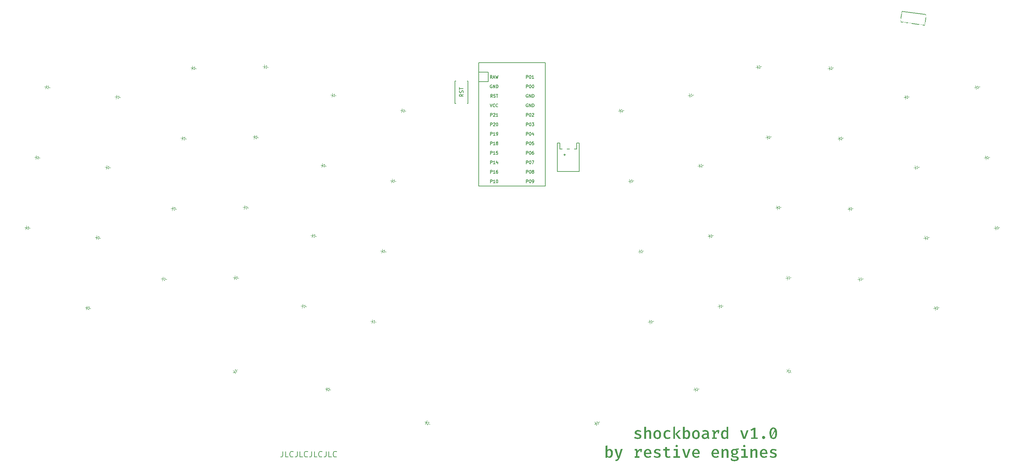
<source format=gto>
%TF.GenerationSoftware,KiCad,Pcbnew,8.0.1*%
%TF.CreationDate,2024-04-17T22:25:28+02:00*%
%TF.ProjectId,shockboard,73686f63-6b62-46f6-9172-642e6b696361,v1.0.0*%
%TF.SameCoordinates,Original*%
%TF.FileFunction,Legend,Top*%
%TF.FilePolarity,Positive*%
%FSLAX46Y46*%
G04 Gerber Fmt 4.6, Leading zero omitted, Abs format (unit mm)*
G04 Created by KiCad (PCBNEW 8.0.1) date 2024-04-17 22:25:28*
%MOMM*%
%LPD*%
G01*
G04 APERTURE LIST*
G04 Aperture macros list*
%AMRotRect*
0 Rectangle, with rotation*
0 The origin of the aperture is its center*
0 $1 length*
0 $2 width*
0 $3 Rotation angle, in degrees counterclockwise*
0 Add horizontal line*
21,1,$1,$2,0,0,$3*%
G04 Aperture macros list end*
%ADD10C,0.200000*%
%ADD11C,0.300000*%
%ADD12C,0.150000*%
%ADD13C,0.100000*%
%ADD14R,1.752600X1.752600*%
%ADD15C,1.752600*%
%ADD16RotRect,0.900000X0.900000X352.500000*%
%ADD17C,1.000000*%
%ADD18RotRect,0.900000X1.250000X352.500000*%
%ADD19C,1.701800*%
%ADD20C,3.000000*%
%ADD21C,3.987800*%
%ADD22C,3.429000*%
%ADD23RotRect,1.778000X1.778000X352.000000*%
%ADD24RotRect,0.900000X1.200000X352.000000*%
%ADD25C,1.905000*%
%ADD26RotRect,1.778000X1.778000X8.000000*%
%ADD27RotRect,0.900000X1.200000X8.000000*%
%ADD28RotRect,1.778000X1.778000X323.000000*%
%ADD29RotRect,0.900000X1.200000X323.000000*%
%ADD30R,1.700000X1.700000*%
%ADD31O,1.700000X1.700000*%
%ADD32C,0.700000*%
%ADD33C,4.400000*%
%ADD34C,2.000000*%
%ADD35R,1.200000X1.700000*%
%ADD36O,1.200000X1.700000*%
%ADD37RotRect,1.778000X1.778000X28.000000*%
%ADD38RotRect,0.900000X1.200000X28.000000*%
%ADD39RotRect,1.778000X1.778000X37.000000*%
%ADD40RotRect,0.900000X1.200000X37.000000*%
%ADD41RotRect,1.778000X1.778000X332.000000*%
%ADD42RotRect,0.900000X1.200000X332.000000*%
G04 APERTURE END LIST*
D10*
X150917292Y-190106028D02*
X150917292Y-191177457D01*
X150917292Y-191177457D02*
X150845863Y-191391742D01*
X150845863Y-191391742D02*
X150703006Y-191534600D01*
X150703006Y-191534600D02*
X150488720Y-191606028D01*
X150488720Y-191606028D02*
X150345863Y-191606028D01*
X152345863Y-191606028D02*
X151631577Y-191606028D01*
X151631577Y-191606028D02*
X151631577Y-190106028D01*
X153703006Y-191463171D02*
X153631578Y-191534600D01*
X153631578Y-191534600D02*
X153417292Y-191606028D01*
X153417292Y-191606028D02*
X153274435Y-191606028D01*
X153274435Y-191606028D02*
X153060149Y-191534600D01*
X153060149Y-191534600D02*
X152917292Y-191391742D01*
X152917292Y-191391742D02*
X152845863Y-191248885D01*
X152845863Y-191248885D02*
X152774435Y-190963171D01*
X152774435Y-190963171D02*
X152774435Y-190748885D01*
X152774435Y-190748885D02*
X152845863Y-190463171D01*
X152845863Y-190463171D02*
X152917292Y-190320314D01*
X152917292Y-190320314D02*
X153060149Y-190177457D01*
X153060149Y-190177457D02*
X153274435Y-190106028D01*
X153274435Y-190106028D02*
X153417292Y-190106028D01*
X153417292Y-190106028D02*
X153631578Y-190177457D01*
X153631578Y-190177457D02*
X153703006Y-190248885D01*
X154774435Y-190106028D02*
X154774435Y-191177457D01*
X154774435Y-191177457D02*
X154703006Y-191391742D01*
X154703006Y-191391742D02*
X154560149Y-191534600D01*
X154560149Y-191534600D02*
X154345863Y-191606028D01*
X154345863Y-191606028D02*
X154203006Y-191606028D01*
X156203006Y-191606028D02*
X155488720Y-191606028D01*
X155488720Y-191606028D02*
X155488720Y-190106028D01*
X157560149Y-191463171D02*
X157488721Y-191534600D01*
X157488721Y-191534600D02*
X157274435Y-191606028D01*
X157274435Y-191606028D02*
X157131578Y-191606028D01*
X157131578Y-191606028D02*
X156917292Y-191534600D01*
X156917292Y-191534600D02*
X156774435Y-191391742D01*
X156774435Y-191391742D02*
X156703006Y-191248885D01*
X156703006Y-191248885D02*
X156631578Y-190963171D01*
X156631578Y-190963171D02*
X156631578Y-190748885D01*
X156631578Y-190748885D02*
X156703006Y-190463171D01*
X156703006Y-190463171D02*
X156774435Y-190320314D01*
X156774435Y-190320314D02*
X156917292Y-190177457D01*
X156917292Y-190177457D02*
X157131578Y-190106028D01*
X157131578Y-190106028D02*
X157274435Y-190106028D01*
X157274435Y-190106028D02*
X157488721Y-190177457D01*
X157488721Y-190177457D02*
X157560149Y-190248885D01*
X158631578Y-190106028D02*
X158631578Y-191177457D01*
X158631578Y-191177457D02*
X158560149Y-191391742D01*
X158560149Y-191391742D02*
X158417292Y-191534600D01*
X158417292Y-191534600D02*
X158203006Y-191606028D01*
X158203006Y-191606028D02*
X158060149Y-191606028D01*
X160060149Y-191606028D02*
X159345863Y-191606028D01*
X159345863Y-191606028D02*
X159345863Y-190106028D01*
X161417292Y-191463171D02*
X161345864Y-191534600D01*
X161345864Y-191534600D02*
X161131578Y-191606028D01*
X161131578Y-191606028D02*
X160988721Y-191606028D01*
X160988721Y-191606028D02*
X160774435Y-191534600D01*
X160774435Y-191534600D02*
X160631578Y-191391742D01*
X160631578Y-191391742D02*
X160560149Y-191248885D01*
X160560149Y-191248885D02*
X160488721Y-190963171D01*
X160488721Y-190963171D02*
X160488721Y-190748885D01*
X160488721Y-190748885D02*
X160560149Y-190463171D01*
X160560149Y-190463171D02*
X160631578Y-190320314D01*
X160631578Y-190320314D02*
X160774435Y-190177457D01*
X160774435Y-190177457D02*
X160988721Y-190106028D01*
X160988721Y-190106028D02*
X161131578Y-190106028D01*
X161131578Y-190106028D02*
X161345864Y-190177457D01*
X161345864Y-190177457D02*
X161417292Y-190248885D01*
X162488721Y-190106028D02*
X162488721Y-191177457D01*
X162488721Y-191177457D02*
X162417292Y-191391742D01*
X162417292Y-191391742D02*
X162274435Y-191534600D01*
X162274435Y-191534600D02*
X162060149Y-191606028D01*
X162060149Y-191606028D02*
X161917292Y-191606028D01*
X163917292Y-191606028D02*
X163203006Y-191606028D01*
X163203006Y-191606028D02*
X163203006Y-190106028D01*
X165274435Y-191463171D02*
X165203007Y-191534600D01*
X165203007Y-191534600D02*
X164988721Y-191606028D01*
X164988721Y-191606028D02*
X164845864Y-191606028D01*
X164845864Y-191606028D02*
X164631578Y-191534600D01*
X164631578Y-191534600D02*
X164488721Y-191391742D01*
X164488721Y-191391742D02*
X164417292Y-191248885D01*
X164417292Y-191248885D02*
X164345864Y-190963171D01*
X164345864Y-190963171D02*
X164345864Y-190748885D01*
X164345864Y-190748885D02*
X164417292Y-190463171D01*
X164417292Y-190463171D02*
X164488721Y-190320314D01*
X164488721Y-190320314D02*
X164631578Y-190177457D01*
X164631578Y-190177457D02*
X164845864Y-190106028D01*
X164845864Y-190106028D02*
X164988721Y-190106028D01*
X164988721Y-190106028D02*
X165203007Y-190177457D01*
X165203007Y-190177457D02*
X165274435Y-190248885D01*
D11*
G36*
X245678437Y-186422470D02*
G01*
X245835161Y-186411135D01*
X245984927Y-186369261D01*
X246038207Y-186341870D01*
X246146038Y-186231952D01*
X246171563Y-186119853D01*
X246139669Y-185975384D01*
X246132729Y-185963049D01*
X246018349Y-185864073D01*
X245977390Y-185842882D01*
X245831394Y-185785546D01*
X245682227Y-185741341D01*
X245624948Y-185726378D01*
X245477294Y-185684071D01*
X245331029Y-185632190D01*
X245231473Y-185589357D01*
X245098096Y-185510498D01*
X244987875Y-185406084D01*
X244969889Y-185382728D01*
X244903621Y-185247789D01*
X244878376Y-185092794D01*
X244877565Y-185055931D01*
X244896865Y-184900759D01*
X244954767Y-184763323D01*
X245051271Y-184643623D01*
X245121563Y-184584787D01*
X245254874Y-184506247D01*
X245410075Y-184450148D01*
X245563833Y-184419468D01*
X245734351Y-184405969D01*
X245786148Y-184405268D01*
X245941507Y-184411412D01*
X246100532Y-184432650D01*
X246245246Y-184469057D01*
X246285869Y-184482937D01*
X246425101Y-184540247D01*
X246560204Y-184612839D01*
X246650035Y-184674180D01*
X246447069Y-184982658D01*
X246316573Y-184906097D01*
X246175130Y-184844027D01*
X246155443Y-184836845D01*
X246009384Y-184797776D01*
X245860195Y-184781088D01*
X245799337Y-184779692D01*
X245644571Y-184789378D01*
X245502698Y-184828727D01*
X245468144Y-184848569D01*
X245376375Y-184969994D01*
X245368493Y-185030286D01*
X245419051Y-185171702D01*
X245543218Y-185255136D01*
X245594173Y-185277215D01*
X245734179Y-185326138D01*
X245878641Y-185369449D01*
X245947348Y-185388590D01*
X246093232Y-185432408D01*
X246236972Y-185485938D01*
X246334229Y-185530006D01*
X246464460Y-185611271D01*
X246572867Y-185720751D01*
X246590684Y-185745429D01*
X246653295Y-185878044D01*
X246680039Y-186028563D01*
X246682275Y-186093475D01*
X246665478Y-186251164D01*
X246608841Y-186399096D01*
X246540126Y-186493545D01*
X246421355Y-186598611D01*
X246291120Y-186674827D01*
X246169365Y-186722889D01*
X246023506Y-186761915D01*
X245870778Y-186786487D01*
X245711181Y-186796605D01*
X245678437Y-186796894D01*
X245525526Y-186791170D01*
X245366310Y-186771045D01*
X245220656Y-186736430D01*
X245131089Y-186705303D01*
X244994375Y-186643551D01*
X244860354Y-186565210D01*
X244743475Y-186475959D01*
X244999930Y-186181402D01*
X245124051Y-186267435D01*
X245263037Y-186338321D01*
X245305478Y-186355792D01*
X245450453Y-186398963D01*
X245604377Y-186420126D01*
X245678437Y-186422470D01*
G37*
G36*
X247916190Y-183500348D02*
G01*
X247916190Y-184749651D01*
X248016350Y-184641816D01*
X248138057Y-184547088D01*
X248237858Y-184491730D01*
X248377855Y-184439042D01*
X248521973Y-184410672D01*
X248620342Y-184405268D01*
X248770551Y-184416488D01*
X248915014Y-184455933D01*
X249045073Y-184533070D01*
X249098081Y-184584787D01*
X249181157Y-184710724D01*
X249233464Y-184864139D01*
X249254233Y-185025706D01*
X249255618Y-185084508D01*
X249255618Y-186750000D01*
X248773482Y-186750000D01*
X248773482Y-185163642D01*
X248760664Y-185016053D01*
X248700592Y-184874785D01*
X248695813Y-184869085D01*
X248561804Y-184792263D01*
X248445953Y-184779692D01*
X248299454Y-184804325D01*
X248163580Y-184878224D01*
X248146267Y-184891800D01*
X248034428Y-184994723D01*
X247939981Y-185108585D01*
X247916190Y-185143126D01*
X247916190Y-186750000D01*
X247433322Y-186750000D01*
X247433322Y-183551639D01*
X247916190Y-183500348D01*
G37*
G36*
X251077338Y-184413211D02*
G01*
X251242477Y-184443711D01*
X251390923Y-184497085D01*
X251522677Y-184573335D01*
X251637738Y-184672459D01*
X251689009Y-184730600D01*
X251778405Y-184860001D01*
X251849305Y-185004755D01*
X251901709Y-185164862D01*
X251931251Y-185310012D01*
X251947949Y-185465824D01*
X251952059Y-185598150D01*
X251946344Y-185751808D01*
X251925816Y-185916683D01*
X251890359Y-186070110D01*
X251839972Y-186212087D01*
X251832624Y-186229030D01*
X251756690Y-186370845D01*
X251663252Y-186493765D01*
X251552310Y-186597790D01*
X251483113Y-186647418D01*
X251346224Y-186719674D01*
X251193570Y-186768283D01*
X251044643Y-186791639D01*
X250924773Y-186796894D01*
X250774968Y-186789041D01*
X250610173Y-186758885D01*
X250461710Y-186706111D01*
X250329578Y-186630720D01*
X250213778Y-186532712D01*
X250162003Y-186475226D01*
X250072109Y-186346512D01*
X250000814Y-186201621D01*
X249948118Y-186040552D01*
X249918412Y-185893971D01*
X249901621Y-185736155D01*
X249897488Y-185601814D01*
X249897516Y-185601081D01*
X250403071Y-185601081D01*
X250407656Y-185752018D01*
X250424596Y-185908185D01*
X250459240Y-186060386D01*
X250517703Y-186198112D01*
X250533496Y-186223900D01*
X250638576Y-186336953D01*
X250774478Y-186403078D01*
X250924773Y-186422470D01*
X251074682Y-186402935D01*
X251210325Y-186336322D01*
X251315318Y-186222435D01*
X251384097Y-186075374D01*
X251420779Y-185925989D01*
X251439502Y-185772136D01*
X251445616Y-185623072D01*
X251445743Y-185596685D01*
X251441184Y-185447268D01*
X251424339Y-185292549D01*
X251389889Y-185141572D01*
X251331755Y-185004677D01*
X251316050Y-184978995D01*
X251211892Y-184865525D01*
X251076737Y-184799156D01*
X250926972Y-184779692D01*
X250776533Y-184799156D01*
X250640143Y-184865525D01*
X250534229Y-184978995D01*
X250465064Y-185125068D01*
X250428175Y-185273560D01*
X250409347Y-185426557D01*
X250403199Y-185574831D01*
X250403071Y-185601081D01*
X249897516Y-185601081D01*
X249903203Y-185451547D01*
X249923731Y-185289431D01*
X249959188Y-185137573D01*
X250009575Y-184995973D01*
X250016923Y-184978995D01*
X250092857Y-184836297D01*
X250186295Y-184712379D01*
X250297236Y-184607239D01*
X250366434Y-184556943D01*
X250504089Y-184483624D01*
X250657393Y-184434300D01*
X250806801Y-184410600D01*
X250926972Y-184405268D01*
X251077338Y-184413211D01*
G37*
G36*
X253693755Y-186422470D02*
G01*
X253847994Y-186408182D01*
X253991242Y-186365317D01*
X254125881Y-186300471D01*
X254254292Y-186220237D01*
X254477774Y-186530181D01*
X254346873Y-186619724D01*
X254207151Y-186689070D01*
X254117272Y-186723621D01*
X253969625Y-186765338D01*
X253818862Y-186789739D01*
X253679100Y-186796894D01*
X253531278Y-186789847D01*
X253374016Y-186764533D01*
X253229210Y-186720810D01*
X253081194Y-186649616D01*
X252950803Y-186557382D01*
X252839075Y-186446369D01*
X252746011Y-186316578D01*
X252702373Y-186236357D01*
X252645312Y-186097642D01*
X252604554Y-185947479D01*
X252580099Y-185785866D01*
X252572075Y-185635064D01*
X252571947Y-185612805D01*
X252578293Y-185464752D01*
X252601088Y-185304307D01*
X252640461Y-185153205D01*
X252696412Y-185011445D01*
X252704571Y-184994382D01*
X252778164Y-184865239D01*
X252878364Y-184737031D01*
X252996996Y-184626907D01*
X253086323Y-184563538D01*
X253217618Y-184494295D01*
X253361645Y-184444836D01*
X253518403Y-184415160D01*
X253666010Y-184405423D01*
X253687893Y-184405268D01*
X253854671Y-184414568D01*
X254012640Y-184442466D01*
X254161799Y-184488962D01*
X254302148Y-184554058D01*
X254433687Y-184637752D01*
X254475576Y-184669783D01*
X254254292Y-184974598D01*
X254127295Y-184895279D01*
X253988993Y-184832676D01*
X253980251Y-184829518D01*
X253830313Y-184790640D01*
X253695953Y-184779692D01*
X253536384Y-184799442D01*
X253396564Y-184858690D01*
X253276494Y-184957436D01*
X253254850Y-184981926D01*
X253172676Y-185113997D01*
X253122209Y-185262146D01*
X253095482Y-185415518D01*
X253085521Y-185564616D01*
X253084857Y-185617934D01*
X253090911Y-185772339D01*
X253113275Y-185930209D01*
X253159014Y-186081266D01*
X253236197Y-186213762D01*
X253257048Y-186237822D01*
X253373684Y-186335195D01*
X253508351Y-186396504D01*
X253661051Y-186421749D01*
X253693755Y-186422470D01*
G37*
G36*
X255677251Y-183480565D02*
G01*
X255677251Y-186750000D01*
X255195115Y-186750000D01*
X255195115Y-183534787D01*
X255677251Y-183480565D01*
G37*
G36*
X257183008Y-184452163D02*
G01*
X256263434Y-185486775D01*
X257279728Y-186750000D01*
X256689882Y-186750000D01*
X255711689Y-185499965D01*
X256621005Y-184452163D01*
X257183008Y-184452163D01*
G37*
G36*
X258244732Y-184738660D02*
G01*
X258345930Y-184622977D01*
X258461399Y-184529546D01*
X258519505Y-184493928D01*
X258665023Y-184433321D01*
X258810444Y-184407433D01*
X258869016Y-184405268D01*
X259028606Y-184416918D01*
X259184854Y-184457190D01*
X259318921Y-184526226D01*
X259354815Y-184552547D01*
X259461476Y-184656402D01*
X259548817Y-184783871D01*
X259610905Y-184918783D01*
X259628123Y-184968004D01*
X259670273Y-185126273D01*
X259696159Y-185279413D01*
X259711145Y-185444277D01*
X259715318Y-185598150D01*
X259710374Y-185746168D01*
X259692617Y-185906487D01*
X259661945Y-186057371D01*
X259618359Y-186198822D01*
X259612003Y-186215840D01*
X259546122Y-186359182D01*
X259464707Y-186484208D01*
X259356029Y-186601645D01*
X259307188Y-186642288D01*
X259172163Y-186723819D01*
X259018962Y-186775153D01*
X258865542Y-186795535D01*
X258811131Y-186796894D01*
X258652003Y-186783395D01*
X258508654Y-186742898D01*
X258364146Y-186663558D01*
X258254607Y-186565208D01*
X258212491Y-186514794D01*
X258186113Y-186750000D01*
X257761863Y-186750000D01*
X257761863Y-186162351D01*
X258244732Y-186162351D01*
X258338325Y-186276904D01*
X258436706Y-186353593D01*
X258572822Y-186409286D01*
X258690230Y-186422470D01*
X258845913Y-186398919D01*
X258975448Y-186328268D01*
X259070517Y-186223168D01*
X259141614Y-186076493D01*
X259179533Y-185927314D01*
X259198887Y-185773566D01*
X259205207Y-185624536D01*
X259205339Y-185598150D01*
X259201062Y-185443513D01*
X259185264Y-185284786D01*
X259152956Y-185131978D01*
X259091189Y-184983858D01*
X259083706Y-184971667D01*
X258978055Y-184854683D01*
X258843554Y-184791691D01*
X258737858Y-184779692D01*
X258585450Y-184804422D01*
X258452094Y-184878611D01*
X258338338Y-184985589D01*
X258244732Y-185110153D01*
X258244732Y-186162351D01*
X257761863Y-186162351D01*
X257761863Y-183547976D01*
X258244732Y-183493754D01*
X258244732Y-184738660D01*
G37*
G36*
X261405880Y-184413211D02*
G01*
X261571019Y-184443711D01*
X261719465Y-184497085D01*
X261851219Y-184573335D01*
X261966280Y-184672459D01*
X262017551Y-184730600D01*
X262106947Y-184860001D01*
X262177847Y-185004755D01*
X262230251Y-185164862D01*
X262259793Y-185310012D01*
X262276490Y-185465824D01*
X262280600Y-185598150D01*
X262274885Y-185751808D01*
X262254357Y-185916683D01*
X262218900Y-186070110D01*
X262168514Y-186212087D01*
X262161166Y-186229030D01*
X262085232Y-186370845D01*
X261991794Y-186493765D01*
X261880852Y-186597790D01*
X261811654Y-186647418D01*
X261674766Y-186719674D01*
X261522112Y-186768283D01*
X261373185Y-186791639D01*
X261253315Y-186796894D01*
X261103510Y-186789041D01*
X260938715Y-186758885D01*
X260790251Y-186706111D01*
X260658120Y-186630720D01*
X260542320Y-186532712D01*
X260490545Y-186475226D01*
X260400651Y-186346512D01*
X260329356Y-186201621D01*
X260276659Y-186040552D01*
X260246953Y-185893971D01*
X260230163Y-185736155D01*
X260226030Y-185601814D01*
X260226058Y-185601081D01*
X260731612Y-185601081D01*
X260736197Y-185752018D01*
X260753138Y-185908185D01*
X260787782Y-186060386D01*
X260846244Y-186198112D01*
X260862038Y-186223900D01*
X260967117Y-186336953D01*
X261103020Y-186403078D01*
X261253315Y-186422470D01*
X261403224Y-186402935D01*
X261538867Y-186336322D01*
X261643859Y-186222435D01*
X261712638Y-186075374D01*
X261749321Y-185925989D01*
X261768044Y-185772136D01*
X261774158Y-185623072D01*
X261774285Y-185596685D01*
X261769725Y-185447268D01*
X261752881Y-185292549D01*
X261718431Y-185141572D01*
X261660297Y-185004677D01*
X261644592Y-184978995D01*
X261540434Y-184865525D01*
X261405279Y-184799156D01*
X261255513Y-184779692D01*
X261105075Y-184799156D01*
X260968684Y-184865525D01*
X260862771Y-184978995D01*
X260793605Y-185125068D01*
X260756717Y-185273560D01*
X260737888Y-185426557D01*
X260731740Y-185574831D01*
X260731612Y-185601081D01*
X260226058Y-185601081D01*
X260231745Y-185451547D01*
X260252273Y-185289431D01*
X260287730Y-185137573D01*
X260338116Y-184995973D01*
X260345464Y-184978995D01*
X260421398Y-184836297D01*
X260514836Y-184712379D01*
X260625778Y-184607239D01*
X260694976Y-184556943D01*
X260832631Y-184483624D01*
X260985935Y-184434300D01*
X261135343Y-184410600D01*
X261255513Y-184405268D01*
X261405880Y-184413211D01*
G37*
G36*
X263920825Y-184412326D02*
G01*
X264067588Y-184433501D01*
X264218235Y-184476047D01*
X264363270Y-184548197D01*
X264439219Y-184606036D01*
X264537633Y-184716037D01*
X264607929Y-184845272D01*
X264650107Y-184993741D01*
X264664166Y-185161444D01*
X264664166Y-186168213D01*
X264683561Y-186318268D01*
X264705199Y-186363119D01*
X264825928Y-186448642D01*
X264837090Y-186452512D01*
X264729379Y-186795429D01*
X264581689Y-186763959D01*
X264446866Y-186703417D01*
X264439219Y-186698709D01*
X264327354Y-186594630D01*
X264257502Y-186465701D01*
X264154153Y-186579045D01*
X264032051Y-186668483D01*
X263940230Y-186714829D01*
X263793089Y-186764837D01*
X263638530Y-186791765D01*
X263531368Y-186796894D01*
X263367191Y-186784713D01*
X263221241Y-186748168D01*
X263078833Y-186677933D01*
X262984020Y-186601988D01*
X262887323Y-186482732D01*
X262822273Y-186344234D01*
X262788869Y-186186493D01*
X262783985Y-186090544D01*
X262787663Y-186049511D01*
X263290300Y-186049511D01*
X263314526Y-186212681D01*
X263399695Y-186340521D01*
X263546186Y-186409358D01*
X263677914Y-186422470D01*
X263831757Y-186400963D01*
X263964411Y-186346266D01*
X264083862Y-186260614D01*
X264179807Y-186147914D01*
X264190824Y-186130844D01*
X264190824Y-185624528D01*
X263923378Y-185624528D01*
X263765475Y-185631627D01*
X263616737Y-185656582D01*
X263476505Y-185711483D01*
X263436846Y-185738101D01*
X263336668Y-185853246D01*
X263292590Y-186001208D01*
X263290300Y-186049511D01*
X262787663Y-186049511D01*
X262797379Y-185941104D01*
X262845487Y-185789807D01*
X262928583Y-185659301D01*
X263046667Y-185549586D01*
X263063887Y-185537334D01*
X263197915Y-185461675D01*
X263355084Y-185404598D01*
X263508218Y-185370466D01*
X263678354Y-185349987D01*
X263833122Y-185343350D01*
X263865492Y-185343161D01*
X264190824Y-185343161D01*
X264190824Y-185194417D01*
X264171967Y-185045181D01*
X264102304Y-184916132D01*
X264056734Y-184875680D01*
X263919851Y-184810063D01*
X263770375Y-184783067D01*
X263684508Y-184779692D01*
X263534590Y-184790542D01*
X263412666Y-184810467D01*
X263260220Y-184846563D01*
X263111837Y-184893326D01*
X263079274Y-184904989D01*
X262960572Y-184559874D01*
X263106125Y-184510404D01*
X263249599Y-184470804D01*
X263378228Y-184443370D01*
X263527773Y-184420152D01*
X263680013Y-184407091D01*
X263757781Y-184405268D01*
X263920825Y-184412326D01*
G37*
G36*
X265530251Y-186750000D02*
G01*
X265530251Y-186375575D01*
X265863643Y-186375575D01*
X265863643Y-184826587D01*
X265530251Y-184826587D01*
X265530251Y-184452163D01*
X266232205Y-184452163D01*
X266320133Y-184978995D01*
X266387681Y-184847058D01*
X266472760Y-184718663D01*
X266578576Y-184600883D01*
X266635939Y-184551814D01*
X266764295Y-184474534D01*
X266913975Y-184425876D01*
X267066918Y-184406556D01*
X267121738Y-184405268D01*
X267272508Y-184413975D01*
X267303454Y-184418457D01*
X267449065Y-184448380D01*
X267463922Y-184452163D01*
X267382589Y-185285275D01*
X267037474Y-185285275D01*
X267037474Y-184827320D01*
X266879619Y-184849398D01*
X266737522Y-184915634D01*
X266622017Y-185014166D01*
X266529719Y-185131322D01*
X266449013Y-185272590D01*
X266387006Y-185418403D01*
X266346511Y-185540265D01*
X266346511Y-186375575D01*
X266805199Y-186375575D01*
X266805199Y-186750000D01*
X265530251Y-186750000D01*
G37*
G36*
X269908304Y-183547976D02*
G01*
X269908304Y-186750000D01*
X269484055Y-186750000D01*
X269449616Y-186460572D01*
X269347459Y-186578980D01*
X269230307Y-186673444D01*
X269171180Y-186708967D01*
X269033795Y-186765896D01*
X268883592Y-186793803D01*
X268809944Y-186796894D01*
X268653369Y-186785070D01*
X268498837Y-186744198D01*
X268364771Y-186674131D01*
X268328542Y-186647418D01*
X268220149Y-186542331D01*
X268130362Y-186413918D01*
X268065459Y-186278401D01*
X268047174Y-186229030D01*
X268002545Y-186070400D01*
X267975136Y-185917717D01*
X267959268Y-185754044D01*
X267954850Y-185601814D01*
X268465562Y-185601814D01*
X268469915Y-185755807D01*
X268485999Y-185914238D01*
X268518892Y-186067310D01*
X268574398Y-186203825D01*
X268589393Y-186229030D01*
X268686302Y-186339162D01*
X268818880Y-186407168D01*
X268936706Y-186422470D01*
X269089847Y-186399023D01*
X269221005Y-186328681D01*
X269332746Y-186225366D01*
X269426169Y-186103000D01*
X269426169Y-185037613D01*
X269328781Y-184922537D01*
X269229798Y-184847103D01*
X269087629Y-184790818D01*
X268979937Y-184779692D01*
X268825420Y-184803416D01*
X268696357Y-184874587D01*
X268601117Y-184980460D01*
X268529633Y-185127092D01*
X268491508Y-185275515D01*
X268472048Y-185428076D01*
X268465694Y-185575698D01*
X268465562Y-185601814D01*
X267954850Y-185601814D01*
X267960004Y-185453866D01*
X267978517Y-185293800D01*
X268010494Y-185143350D01*
X268055935Y-185002517D01*
X268062561Y-184985589D01*
X268130452Y-184842660D01*
X268212948Y-184718046D01*
X268321741Y-184601067D01*
X268370307Y-184560607D01*
X268503730Y-184478690D01*
X268653037Y-184427113D01*
X268800996Y-184406633D01*
X268853175Y-184405268D01*
X269000557Y-184417295D01*
X269153880Y-184460491D01*
X269291084Y-184535104D01*
X269412167Y-184641132D01*
X269426169Y-184656594D01*
X269426169Y-183493754D01*
X269908304Y-183547976D01*
G37*
G36*
X275246965Y-184452163D02*
G01*
X274446092Y-186750000D01*
X273881891Y-186750000D01*
X273080286Y-184452163D01*
X273597593Y-184452163D01*
X274174250Y-186347732D01*
X274753838Y-184452163D01*
X275246965Y-184452163D01*
G37*
G36*
X277736776Y-186375575D02*
G01*
X277736776Y-186750000D01*
X275937928Y-186750000D01*
X275937928Y-186375575D01*
X276664062Y-186375575D01*
X276664062Y-184268981D01*
X276009002Y-184672714D01*
X275802373Y-184333461D01*
X276716085Y-183748743D01*
X277142533Y-183748743D01*
X277142533Y-186375575D01*
X277736776Y-186375575D01*
G37*
G36*
X278909875Y-186374110D02*
G01*
X278936118Y-186221364D01*
X279014847Y-186091480D01*
X279029309Y-186075889D01*
X279154363Y-185987532D01*
X279304211Y-185953272D01*
X279326064Y-185952791D01*
X279479218Y-185979839D01*
X279607578Y-186060983D01*
X279622819Y-186075889D01*
X279709598Y-186202725D01*
X279743247Y-186352423D01*
X279743720Y-186374110D01*
X279717155Y-186526652D01*
X279637460Y-186657298D01*
X279622819Y-186673063D01*
X279497765Y-186761946D01*
X279347917Y-186796410D01*
X279326064Y-186796894D01*
X279172911Y-186769685D01*
X279044551Y-186688058D01*
X279029309Y-186673063D01*
X278943582Y-186545336D01*
X278910341Y-186395714D01*
X278909875Y-186374110D01*
G37*
G36*
X282060604Y-183711706D02*
G01*
X282225124Y-183749556D01*
X282372489Y-183815793D01*
X282502697Y-183910418D01*
X282615749Y-184033431D01*
X282665841Y-184105582D01*
X282739722Y-184239695D01*
X282801081Y-184390159D01*
X282849918Y-184556972D01*
X282879971Y-184702196D01*
X282902010Y-184857883D01*
X282916035Y-185024035D01*
X282922046Y-185200651D01*
X282922296Y-185246441D01*
X282918289Y-185426554D01*
X282906268Y-185596135D01*
X282886232Y-185755183D01*
X282858182Y-185903698D01*
X282811850Y-186074530D01*
X282752996Y-186228904D01*
X282681619Y-186366820D01*
X282665841Y-186392428D01*
X282561367Y-186529883D01*
X282439737Y-186638900D01*
X282300951Y-186719477D01*
X282145008Y-186771615D01*
X281971910Y-186795314D01*
X281910398Y-186796894D01*
X281760174Y-186787019D01*
X281595585Y-186749101D01*
X281448101Y-186682743D01*
X281317721Y-186587946D01*
X281204446Y-186464710D01*
X281154222Y-186392428D01*
X281092296Y-186279588D01*
X281567481Y-186279588D01*
X281690459Y-186377261D01*
X281842327Y-186418982D01*
X281910398Y-186422470D01*
X282059792Y-186396281D01*
X282185572Y-186317713D01*
X282278585Y-186202218D01*
X282305339Y-186154291D01*
X282365285Y-185997258D01*
X282399005Y-185849851D01*
X282423090Y-185677044D01*
X282435802Y-185513637D01*
X282441824Y-185332591D01*
X282442359Y-185255233D01*
X282440762Y-185108255D01*
X282434861Y-184951432D01*
X282422794Y-184791526D01*
X282402431Y-184636264D01*
X282396930Y-184605303D01*
X281567481Y-186279588D01*
X281092296Y-186279588D01*
X281080341Y-186257803D01*
X281018982Y-186106721D01*
X280970146Y-185939181D01*
X280940092Y-185793299D01*
X280918053Y-185636885D01*
X280904028Y-185469937D01*
X280898018Y-185292456D01*
X280897779Y-185248639D01*
X281378437Y-185248639D01*
X281380395Y-185413262D01*
X281386268Y-185563666D01*
X281398069Y-185721166D01*
X281418082Y-185877466D01*
X281434124Y-185962316D01*
X282273831Y-184267515D01*
X282174687Y-184154486D01*
X282120691Y-184120969D01*
X281975616Y-184079809D01*
X281910398Y-184076273D01*
X281761706Y-184102892D01*
X281636197Y-184182748D01*
X281543062Y-184300136D01*
X281516190Y-184348848D01*
X281455923Y-184507026D01*
X281422023Y-184654871D01*
X281397809Y-184827755D01*
X281385029Y-184990952D01*
X281378975Y-185171536D01*
X281378437Y-185248639D01*
X280897779Y-185248639D01*
X280897767Y-185246441D01*
X280901774Y-185067208D01*
X280913796Y-184898440D01*
X280933831Y-184740137D01*
X280961881Y-184592297D01*
X281008213Y-184422213D01*
X281067067Y-184268480D01*
X281138444Y-184131097D01*
X281154222Y-184105582D01*
X281258945Y-183968376D01*
X281380773Y-183859557D01*
X281519705Y-183779126D01*
X281675742Y-183727082D01*
X281848883Y-183703426D01*
X281910398Y-183701849D01*
X282060604Y-183711706D01*
G37*
G36*
X237587649Y-189778660D02*
G01*
X237688847Y-189662977D01*
X237804316Y-189569546D01*
X237862422Y-189533928D01*
X238007940Y-189473321D01*
X238153362Y-189447433D01*
X238211933Y-189445268D01*
X238371523Y-189456918D01*
X238527772Y-189497190D01*
X238661838Y-189566226D01*
X238697732Y-189592547D01*
X238804393Y-189696402D01*
X238891734Y-189823871D01*
X238953822Y-189958783D01*
X238971040Y-190008004D01*
X239013190Y-190166273D01*
X239039076Y-190319413D01*
X239054062Y-190484277D01*
X239058235Y-190638150D01*
X239053291Y-190786168D01*
X239035534Y-190946487D01*
X239004862Y-191097371D01*
X238961276Y-191238822D01*
X238954920Y-191255840D01*
X238889039Y-191399182D01*
X238807624Y-191524208D01*
X238698946Y-191641645D01*
X238650105Y-191682288D01*
X238515080Y-191763819D01*
X238361879Y-191815153D01*
X238208459Y-191835535D01*
X238154048Y-191836894D01*
X237994920Y-191823395D01*
X237851571Y-191782898D01*
X237707063Y-191703558D01*
X237597524Y-191605208D01*
X237555409Y-191554794D01*
X237529030Y-191790000D01*
X237104781Y-191790000D01*
X237104781Y-191202351D01*
X237587649Y-191202351D01*
X237681242Y-191316904D01*
X237779624Y-191393593D01*
X237915739Y-191449286D01*
X238033148Y-191462470D01*
X238188830Y-191438919D01*
X238318365Y-191368268D01*
X238413434Y-191263168D01*
X238484531Y-191116493D01*
X238522450Y-190967314D01*
X238541804Y-190813566D01*
X238548124Y-190664536D01*
X238548256Y-190638150D01*
X238543980Y-190483513D01*
X238528182Y-190324786D01*
X238495873Y-190171978D01*
X238434106Y-190023858D01*
X238426623Y-190011667D01*
X238320973Y-189894683D01*
X238186471Y-189831691D01*
X238080775Y-189819692D01*
X237928367Y-189844422D01*
X237795011Y-189918611D01*
X237681255Y-190025589D01*
X237587649Y-190150153D01*
X237587649Y-191202351D01*
X237104781Y-191202351D01*
X237104781Y-188587976D01*
X237587649Y-188533754D01*
X237587649Y-189778660D01*
G37*
G36*
X241677007Y-189492163D02*
G01*
X240892987Y-191794396D01*
X240839587Y-191936256D01*
X240771008Y-192082458D01*
X240692697Y-192216639D01*
X240667307Y-192254549D01*
X240573626Y-192371772D01*
X240464776Y-192473395D01*
X240340756Y-192559419D01*
X240314132Y-192574752D01*
X240169403Y-192641298D01*
X240021895Y-192685773D01*
X239877055Y-192713044D01*
X239779972Y-192724228D01*
X239716958Y-192360795D01*
X239864470Y-192331625D01*
X240010003Y-192286881D01*
X240084055Y-192253817D01*
X240206970Y-192172667D01*
X240301675Y-192069902D01*
X240378245Y-191943140D01*
X240441379Y-191800344D01*
X240445290Y-191790000D01*
X240281891Y-191790000D01*
X239514725Y-189492163D01*
X240027635Y-189492163D01*
X240600628Y-191452212D01*
X241181682Y-189492163D01*
X241677007Y-189492163D01*
G37*
G36*
X244873169Y-191790000D02*
G01*
X244873169Y-191415575D01*
X245206560Y-191415575D01*
X245206560Y-189866587D01*
X244873169Y-189866587D01*
X244873169Y-189492163D01*
X245575122Y-189492163D01*
X245663050Y-190018995D01*
X245730598Y-189887058D01*
X245815677Y-189758663D01*
X245921493Y-189640883D01*
X245978856Y-189591814D01*
X246107212Y-189514534D01*
X246256892Y-189465876D01*
X246409836Y-189446556D01*
X246464655Y-189445268D01*
X246615425Y-189453975D01*
X246646372Y-189458457D01*
X246791982Y-189488380D01*
X246806839Y-189492163D01*
X246725506Y-190325275D01*
X246380391Y-190325275D01*
X246380391Y-189867320D01*
X246222536Y-189889398D01*
X246080439Y-189955634D01*
X245964934Y-190054166D01*
X245872636Y-190171322D01*
X245791930Y-190312590D01*
X245729923Y-190458403D01*
X245689428Y-190580265D01*
X245689428Y-191415575D01*
X246148116Y-191415575D01*
X246148116Y-191790000D01*
X244873169Y-191790000D01*
G37*
G36*
X248535595Y-189456010D02*
G01*
X248685269Y-189488236D01*
X248821702Y-189541945D01*
X248964140Y-189631760D01*
X249071886Y-189732018D01*
X249088556Y-189750816D01*
X249178201Y-189873133D01*
X249249298Y-190011473D01*
X249301849Y-190165835D01*
X249335852Y-190336220D01*
X249350020Y-190490447D01*
X249352338Y-190588325D01*
X249348674Y-190704829D01*
X249342080Y-190805212D01*
X247834125Y-190805212D01*
X247854412Y-190966550D01*
X247900336Y-191119481D01*
X247980048Y-191253919D01*
X248031229Y-191307131D01*
X248160614Y-191395571D01*
X248306969Y-191447300D01*
X248454746Y-191462470D01*
X248605001Y-191451361D01*
X248754272Y-191415022D01*
X248763224Y-191411912D01*
X248907022Y-191350912D01*
X249042166Y-191274759D01*
X249051187Y-191269030D01*
X249260014Y-191552595D01*
X249132691Y-191642103D01*
X249002763Y-191711479D01*
X248887055Y-191759225D01*
X248736914Y-191803445D01*
X248579673Y-191829309D01*
X248430566Y-191836894D01*
X248280384Y-191829706D01*
X248121714Y-191803889D01*
X247976874Y-191759296D01*
X247830461Y-191686685D01*
X247702543Y-191592448D01*
X247593289Y-191479549D01*
X247502697Y-191347986D01*
X247460433Y-191266831D01*
X247405295Y-191126789D01*
X247365911Y-190976304D01*
X247342281Y-190815379D01*
X247334527Y-190666004D01*
X247334404Y-190644012D01*
X247342189Y-190477454D01*
X247342264Y-190476950D01*
X247831926Y-190476950D01*
X248884857Y-190476950D01*
X248874141Y-190327519D01*
X248843474Y-190181415D01*
X248786287Y-190046404D01*
X248748570Y-189989685D01*
X248635191Y-189886096D01*
X248490695Y-189830317D01*
X248377076Y-189819692D01*
X248230595Y-189838567D01*
X248091732Y-189902212D01*
X248001919Y-189979427D01*
X247914723Y-190109954D01*
X247865792Y-190248304D01*
X247839231Y-190395125D01*
X247831926Y-190476950D01*
X247342264Y-190476950D01*
X247365545Y-190319963D01*
X247404471Y-190171540D01*
X247458968Y-190032184D01*
X247537909Y-189888965D01*
X247633775Y-189763481D01*
X247746565Y-189655734D01*
X247816539Y-189603538D01*
X247954735Y-189527030D01*
X248107189Y-189475562D01*
X248254674Y-189450832D01*
X248372680Y-189445268D01*
X248535595Y-189456010D01*
G37*
G36*
X250842708Y-191462470D02*
G01*
X250999432Y-191451135D01*
X251149197Y-191409261D01*
X251202478Y-191381870D01*
X251310309Y-191271952D01*
X251335834Y-191159853D01*
X251303940Y-191015384D01*
X251297000Y-191003049D01*
X251182620Y-190904073D01*
X251141661Y-190882882D01*
X250995665Y-190825546D01*
X250846498Y-190781341D01*
X250789219Y-190766378D01*
X250641565Y-190724071D01*
X250495299Y-190672190D01*
X250395744Y-190629357D01*
X250262367Y-190550498D01*
X250152146Y-190446084D01*
X250134159Y-190422728D01*
X250067892Y-190287789D01*
X250042647Y-190132794D01*
X250041836Y-190095931D01*
X250061136Y-189940759D01*
X250119038Y-189803323D01*
X250215542Y-189683623D01*
X250285834Y-189624787D01*
X250419145Y-189546247D01*
X250574346Y-189490148D01*
X250728104Y-189459468D01*
X250898621Y-189445969D01*
X250950419Y-189445268D01*
X251105778Y-189451412D01*
X251264803Y-189472650D01*
X251409516Y-189509057D01*
X251450140Y-189522937D01*
X251589372Y-189580247D01*
X251724474Y-189652839D01*
X251814306Y-189714180D01*
X251611340Y-190022658D01*
X251480844Y-189946097D01*
X251339401Y-189884027D01*
X251319714Y-189876845D01*
X251173655Y-189837776D01*
X251024466Y-189821088D01*
X250963608Y-189819692D01*
X250808842Y-189829378D01*
X250666969Y-189868727D01*
X250632415Y-189888569D01*
X250540646Y-190009994D01*
X250532764Y-190070286D01*
X250583322Y-190211702D01*
X250707489Y-190295136D01*
X250758444Y-190317215D01*
X250898450Y-190366138D01*
X251042912Y-190409449D01*
X251111619Y-190428590D01*
X251257502Y-190472408D01*
X251401243Y-190525938D01*
X251498500Y-190570006D01*
X251628731Y-190651271D01*
X251737138Y-190760751D01*
X251754955Y-190785429D01*
X251817566Y-190918044D01*
X251844310Y-191068563D01*
X251846546Y-191133475D01*
X251829749Y-191291164D01*
X251773111Y-191439096D01*
X251704397Y-191533545D01*
X251585626Y-191638611D01*
X251455391Y-191714827D01*
X251333636Y-191762889D01*
X251187777Y-191801915D01*
X251035049Y-191826487D01*
X250875452Y-191836605D01*
X250842708Y-191836894D01*
X250689797Y-191831170D01*
X250530581Y-191811045D01*
X250384927Y-191776430D01*
X250295360Y-191745303D01*
X250158646Y-191683551D01*
X250024624Y-191605210D01*
X249907746Y-191515959D01*
X250164201Y-191221402D01*
X250288322Y-191307435D01*
X250427308Y-191378321D01*
X250469749Y-191395792D01*
X250614724Y-191438963D01*
X250768648Y-191460126D01*
X250842708Y-191462470D01*
G37*
G36*
X254497558Y-191663970D02*
G01*
X254359988Y-191733763D01*
X254219479Y-191783110D01*
X254197872Y-191789267D01*
X254053641Y-191820104D01*
X253904331Y-191835220D01*
X253833706Y-191836894D01*
X253669680Y-191827112D01*
X253523816Y-191797765D01*
X253379354Y-191740268D01*
X253245190Y-191645040D01*
X253232136Y-191632463D01*
X253132606Y-191507211D01*
X253065649Y-191361442D01*
X253033478Y-191214644D01*
X253026239Y-191093907D01*
X253026239Y-189866587D01*
X252519924Y-189866587D01*
X252519924Y-189492163D01*
X253026239Y-189492163D01*
X253026239Y-188981451D01*
X253509107Y-188923565D01*
X253509107Y-189492163D01*
X254275541Y-189492163D01*
X254222052Y-189866587D01*
X253509107Y-189866587D01*
X253509107Y-191099769D01*
X253529071Y-191251055D01*
X253599965Y-191373077D01*
X253730575Y-191442828D01*
X253888135Y-191462383D01*
X253901117Y-191462470D01*
X254048807Y-191450735D01*
X254129728Y-191432428D01*
X254272022Y-191380537D01*
X254323169Y-191355491D01*
X254497558Y-191663970D01*
G37*
G36*
X256086846Y-188366692D02*
G01*
X256236275Y-188397173D01*
X256316190Y-188453154D01*
X256393082Y-188585253D01*
X256403385Y-188669309D01*
X256369324Y-188815396D01*
X256316190Y-188887662D01*
X256185730Y-188963854D01*
X256086846Y-188976322D01*
X255940572Y-188945066D01*
X255860433Y-188887662D01*
X255784870Y-188760808D01*
X255772506Y-188669309D01*
X255806852Y-188524080D01*
X255860433Y-188453154D01*
X255990435Y-188378850D01*
X256086846Y-188366692D01*
G37*
G36*
X256422436Y-189492163D02*
G01*
X256422436Y-191415575D01*
X257040859Y-191415575D01*
X257040859Y-191790000D01*
X255259596Y-191790000D01*
X255259596Y-191415575D01*
X255940300Y-191415575D01*
X255940300Y-189866587D01*
X255280845Y-189866587D01*
X255280845Y-189492163D01*
X256422436Y-189492163D01*
G37*
G36*
X259754152Y-189492163D02*
G01*
X258953280Y-191790000D01*
X258389079Y-191790000D01*
X257587474Y-189492163D01*
X258104781Y-189492163D01*
X258681438Y-191387732D01*
X259261026Y-189492163D01*
X259754152Y-189492163D01*
G37*
G36*
X261446272Y-189456010D02*
G01*
X261595946Y-189488236D01*
X261732379Y-189541945D01*
X261874817Y-189631760D01*
X261982562Y-189732018D01*
X261999233Y-189750816D01*
X262088877Y-189873133D01*
X262159975Y-190011473D01*
X262212525Y-190165835D01*
X262246529Y-190336220D01*
X262260697Y-190490447D01*
X262263015Y-190588325D01*
X262259351Y-190704829D01*
X262252757Y-190805212D01*
X260744801Y-190805212D01*
X260765089Y-190966550D01*
X260811013Y-191119481D01*
X260890725Y-191253919D01*
X260941905Y-191307131D01*
X261071291Y-191395571D01*
X261217646Y-191447300D01*
X261365423Y-191462470D01*
X261515678Y-191451361D01*
X261664949Y-191415022D01*
X261673901Y-191411912D01*
X261817699Y-191350912D01*
X261952843Y-191274759D01*
X261961864Y-191269030D01*
X262170691Y-191552595D01*
X262043368Y-191642103D01*
X261913440Y-191711479D01*
X261797732Y-191759225D01*
X261647591Y-191803445D01*
X261490350Y-191829309D01*
X261341242Y-191836894D01*
X261191061Y-191829706D01*
X261032391Y-191803889D01*
X260887551Y-191759296D01*
X260741138Y-191686685D01*
X260613220Y-191592448D01*
X260503966Y-191479549D01*
X260413374Y-191347986D01*
X260371110Y-191266831D01*
X260315972Y-191126789D01*
X260276588Y-190976304D01*
X260252957Y-190815379D01*
X260245204Y-190666004D01*
X260245081Y-190644012D01*
X260252866Y-190477454D01*
X260252941Y-190476950D01*
X260742603Y-190476950D01*
X261795534Y-190476950D01*
X261784818Y-190327519D01*
X261754151Y-190181415D01*
X261696964Y-190046404D01*
X261659247Y-189989685D01*
X261545868Y-189886096D01*
X261401372Y-189830317D01*
X261287753Y-189819692D01*
X261141272Y-189838567D01*
X261002408Y-189902212D01*
X260912596Y-189979427D01*
X260825400Y-190109954D01*
X260776469Y-190248304D01*
X260749908Y-190395125D01*
X260742603Y-190476950D01*
X260252941Y-190476950D01*
X260276222Y-190319963D01*
X260315148Y-190171540D01*
X260369644Y-190032184D01*
X260448586Y-189888965D01*
X260544452Y-189763481D01*
X260657242Y-189655734D01*
X260727216Y-189603538D01*
X260865412Y-189527030D01*
X261017866Y-189475562D01*
X261165350Y-189450832D01*
X261283357Y-189445268D01*
X261446272Y-189456010D01*
G37*
G36*
X266610542Y-189456010D02*
G01*
X266760217Y-189488236D01*
X266896650Y-189541945D01*
X267039088Y-189631760D01*
X267146833Y-189732018D01*
X267163503Y-189750816D01*
X267253148Y-189873133D01*
X267324246Y-190011473D01*
X267376796Y-190165835D01*
X267410799Y-190336220D01*
X267424967Y-190490447D01*
X267427286Y-190588325D01*
X267423622Y-190704829D01*
X267417028Y-190805212D01*
X265909072Y-190805212D01*
X265929360Y-190966550D01*
X265975283Y-191119481D01*
X266054996Y-191253919D01*
X266106176Y-191307131D01*
X266235561Y-191395571D01*
X266381917Y-191447300D01*
X266529693Y-191462470D01*
X266679949Y-191451361D01*
X266829220Y-191415022D01*
X266838172Y-191411912D01*
X266981970Y-191350912D01*
X267117113Y-191274759D01*
X267126134Y-191269030D01*
X267334962Y-191552595D01*
X267207639Y-191642103D01*
X267077711Y-191711479D01*
X266962003Y-191759225D01*
X266811862Y-191803445D01*
X266654621Y-191829309D01*
X266505513Y-191836894D01*
X266355332Y-191829706D01*
X266196662Y-191803889D01*
X266051822Y-191759296D01*
X265905409Y-191686685D01*
X265777491Y-191592448D01*
X265668236Y-191479549D01*
X265577645Y-191347986D01*
X265535381Y-191266831D01*
X265480243Y-191126789D01*
X265440859Y-190976304D01*
X265417228Y-190815379D01*
X265409474Y-190666004D01*
X265409351Y-190644012D01*
X265417137Y-190477454D01*
X265417212Y-190476950D01*
X265906874Y-190476950D01*
X266959805Y-190476950D01*
X266949089Y-190327519D01*
X266918422Y-190181415D01*
X266861234Y-190046404D01*
X266823517Y-189989685D01*
X266710139Y-189886096D01*
X266565643Y-189830317D01*
X266452024Y-189819692D01*
X266305543Y-189838567D01*
X266166679Y-189902212D01*
X266076867Y-189979427D01*
X265989671Y-190109954D01*
X265940740Y-190248304D01*
X265914178Y-190395125D01*
X265906874Y-190476950D01*
X265417212Y-190476950D01*
X265440492Y-190319963D01*
X265479419Y-190171540D01*
X265533915Y-190032184D01*
X265612857Y-189888965D01*
X265708722Y-189763481D01*
X265821513Y-189655734D01*
X265891487Y-189603538D01*
X266029683Y-189527030D01*
X266182137Y-189475562D01*
X266329621Y-189450832D01*
X266447628Y-189445268D01*
X266610542Y-189456010D01*
G37*
G36*
X268090405Y-191790000D02*
G01*
X268090405Y-189492163D01*
X268506595Y-189492163D01*
X268543231Y-189806503D01*
X268647020Y-189695804D01*
X268762930Y-189604499D01*
X268878821Y-189538325D01*
X269025893Y-189481618D01*
X269175851Y-189451084D01*
X269277425Y-189445268D01*
X269426765Y-189456488D01*
X269570795Y-189495933D01*
X269701055Y-189573070D01*
X269754432Y-189624787D01*
X269837894Y-189750724D01*
X269890444Y-189904139D01*
X269911310Y-190065706D01*
X269912701Y-190124508D01*
X269912701Y-191790000D01*
X269430566Y-191790000D01*
X269430566Y-190367773D01*
X269425871Y-190215062D01*
X269407382Y-190064779D01*
X269371215Y-189946454D01*
X269257845Y-189843955D01*
X269105234Y-189819692D01*
X268955740Y-189843681D01*
X268819127Y-189915648D01*
X268801885Y-189928869D01*
X268691048Y-190030008D01*
X268590970Y-190150823D01*
X268573273Y-190176531D01*
X268573273Y-191790000D01*
X268090405Y-191790000D01*
G37*
G36*
X272716853Y-189613796D02*
G01*
X272574521Y-189650982D01*
X272428773Y-189672201D01*
X272418633Y-189673147D01*
X272269007Y-189683165D01*
X272117009Y-189687444D01*
X272055199Y-189687801D01*
X272194750Y-189763158D01*
X272313604Y-189861073D01*
X272363678Y-189920809D01*
X272434303Y-190056750D01*
X272464470Y-190204832D01*
X272466993Y-190267390D01*
X272454265Y-190414902D01*
X272411349Y-190562988D01*
X272359282Y-190665261D01*
X272265309Y-190785990D01*
X272144958Y-190885492D01*
X272050070Y-190940034D01*
X271902534Y-190996769D01*
X271752783Y-191027910D01*
X271605281Y-191039296D01*
X271570866Y-191039685D01*
X271422720Y-191033426D01*
X271399407Y-191030893D01*
X271258723Y-191001584D01*
X271167481Y-191122263D01*
X271157607Y-191194291D01*
X271214027Y-191316657D01*
X271354856Y-191364565D01*
X271441905Y-191368681D01*
X271837579Y-191368681D01*
X271984425Y-191376838D01*
X272132898Y-191404654D01*
X272267691Y-191452212D01*
X272396044Y-191523412D01*
X272509745Y-191619848D01*
X272560049Y-191680090D01*
X272633179Y-191813687D01*
X272665356Y-191961870D01*
X272667028Y-192006887D01*
X272648709Y-192168729D01*
X272593755Y-192311336D01*
X272502164Y-192434709D01*
X272373936Y-192538848D01*
X272233617Y-192612509D01*
X272093586Y-192661247D01*
X271935317Y-192696692D01*
X271789494Y-192716077D01*
X271631005Y-192726231D01*
X271529833Y-192727892D01*
X271366533Y-192723965D01*
X271219643Y-192712184D01*
X271071860Y-192689103D01*
X270917272Y-192645826D01*
X270780968Y-192580473D01*
X270667229Y-192487651D01*
X270605862Y-192403293D01*
X270547509Y-192260225D01*
X270520049Y-192106696D01*
X270515737Y-192007620D01*
X270948046Y-192007620D01*
X270971894Y-192156299D01*
X270994208Y-192202526D01*
X271109476Y-192295262D01*
X271167865Y-192316099D01*
X271323203Y-192344125D01*
X271476252Y-192352884D01*
X271534229Y-192353468D01*
X271698864Y-192348110D01*
X271852877Y-192329273D01*
X271996249Y-192287831D01*
X272036148Y-192267739D01*
X272146058Y-192164790D01*
X272182694Y-192027404D01*
X272140072Y-191886554D01*
X272061794Y-191816378D01*
X271920927Y-191761423D01*
X271763708Y-191743391D01*
X271738660Y-191743105D01*
X271348849Y-191743105D01*
X271198136Y-191734816D01*
X271040270Y-191701142D01*
X270905792Y-191634182D01*
X270876239Y-191610481D01*
X270779459Y-191494994D01*
X270730412Y-191354665D01*
X270726762Y-191300537D01*
X270751592Y-191152775D01*
X270826081Y-191020898D01*
X270935581Y-190915791D01*
X270981019Y-190883614D01*
X270853129Y-190804195D01*
X270743632Y-190705311D01*
X270682066Y-190622763D01*
X270621815Y-190486858D01*
X270593462Y-190342086D01*
X270589009Y-190249071D01*
X270589864Y-190239546D01*
X271079938Y-190239546D01*
X271096527Y-190387717D01*
X271157816Y-190530891D01*
X271197907Y-190582463D01*
X271323650Y-190670619D01*
X271466257Y-190706889D01*
X271549617Y-190711423D01*
X271695418Y-190694009D01*
X271829837Y-190629675D01*
X271875681Y-190587592D01*
X271952818Y-190459184D01*
X271985766Y-190304032D01*
X271988521Y-190235150D01*
X271972859Y-190078271D01*
X271914996Y-189936269D01*
X271796661Y-189828077D01*
X271647436Y-189780743D01*
X271543022Y-189773531D01*
X271385989Y-189791769D01*
X271252149Y-189852689D01*
X271195709Y-189903224D01*
X271116568Y-190031070D01*
X271082764Y-190176659D01*
X271079938Y-190239546D01*
X270589864Y-190239546D01*
X270603209Y-190090941D01*
X270645807Y-189947010D01*
X270709177Y-189828485D01*
X270803292Y-189713496D01*
X270919398Y-189617382D01*
X271044034Y-189546385D01*
X271184583Y-189493062D01*
X271337869Y-189459488D01*
X271486717Y-189446157D01*
X271538626Y-189445268D01*
X271685232Y-189442892D01*
X271845055Y-189433533D01*
X271995115Y-189415226D01*
X272146424Y-189384592D01*
X272288619Y-189342120D01*
X272314585Y-189332428D01*
X272451239Y-189276191D01*
X272587160Y-189212993D01*
X272716853Y-189613796D01*
G37*
G36*
X274161794Y-188366692D02*
G01*
X274311222Y-188397173D01*
X274391138Y-188453154D01*
X274468029Y-188585253D01*
X274478333Y-188669309D01*
X274444272Y-188815396D01*
X274391138Y-188887662D01*
X274260678Y-188963854D01*
X274161794Y-188976322D01*
X274015519Y-188945066D01*
X273935381Y-188887662D01*
X273859818Y-188760808D01*
X273847453Y-188669309D01*
X273881800Y-188524080D01*
X273935381Y-188453154D01*
X274065383Y-188378850D01*
X274161794Y-188366692D01*
G37*
G36*
X274497383Y-189492163D02*
G01*
X274497383Y-191415575D01*
X275115806Y-191415575D01*
X275115806Y-191790000D01*
X273334543Y-191790000D01*
X273334543Y-191415575D01*
X274015248Y-191415575D01*
X274015248Y-189866587D01*
X273355792Y-189866587D01*
X273355792Y-189492163D01*
X274497383Y-189492163D01*
G37*
G36*
X275836811Y-191790000D02*
G01*
X275836811Y-189492163D01*
X276253001Y-189492163D01*
X276289637Y-189806503D01*
X276393426Y-189695804D01*
X276509336Y-189604499D01*
X276625227Y-189538325D01*
X276772299Y-189481618D01*
X276922257Y-189451084D01*
X277023831Y-189445268D01*
X277173171Y-189456488D01*
X277317201Y-189495933D01*
X277447461Y-189573070D01*
X277500838Y-189624787D01*
X277584300Y-189750724D01*
X277636850Y-189904139D01*
X277657716Y-190065706D01*
X277659107Y-190124508D01*
X277659107Y-191790000D01*
X277176972Y-191790000D01*
X277176972Y-190367773D01*
X277172277Y-190215062D01*
X277153788Y-190064779D01*
X277117621Y-189946454D01*
X277004251Y-189843955D01*
X276851640Y-189819692D01*
X276702146Y-189843681D01*
X276565533Y-189915648D01*
X276548291Y-189928869D01*
X276437454Y-190030008D01*
X276337376Y-190150823D01*
X276319679Y-190176531D01*
X276319679Y-191790000D01*
X275836811Y-191790000D01*
G37*
G36*
X279521219Y-189456010D02*
G01*
X279670893Y-189488236D01*
X279807327Y-189541945D01*
X279949765Y-189631760D01*
X280057510Y-189732018D01*
X280074180Y-189750816D01*
X280163825Y-189873133D01*
X280234923Y-190011473D01*
X280287473Y-190165835D01*
X280321476Y-190336220D01*
X280335644Y-190490447D01*
X280337963Y-190588325D01*
X280334299Y-190704829D01*
X280327704Y-190805212D01*
X278819749Y-190805212D01*
X278840037Y-190966550D01*
X278885960Y-191119481D01*
X278965673Y-191253919D01*
X279016853Y-191307131D01*
X279146238Y-191395571D01*
X279292594Y-191447300D01*
X279440370Y-191462470D01*
X279590626Y-191451361D01*
X279739897Y-191415022D01*
X279748849Y-191411912D01*
X279892647Y-191350912D01*
X280027790Y-191274759D01*
X280036811Y-191269030D01*
X280245639Y-191552595D01*
X280118316Y-191642103D01*
X279988387Y-191711479D01*
X279872680Y-191759225D01*
X279722539Y-191803445D01*
X279565298Y-191829309D01*
X279416190Y-191836894D01*
X279266009Y-191829706D01*
X279107339Y-191803889D01*
X278962499Y-191759296D01*
X278816085Y-191686685D01*
X278688168Y-191592448D01*
X278578913Y-191479549D01*
X278488322Y-191347986D01*
X278446058Y-191266831D01*
X278390920Y-191126789D01*
X278351536Y-190976304D01*
X278327905Y-190815379D01*
X278320151Y-190666004D01*
X278320028Y-190644012D01*
X278327814Y-190477454D01*
X278327889Y-190476950D01*
X278817551Y-190476950D01*
X279870482Y-190476950D01*
X279859766Y-190327519D01*
X279829098Y-190181415D01*
X279771911Y-190046404D01*
X279734194Y-189989685D01*
X279620816Y-189886096D01*
X279476320Y-189830317D01*
X279362701Y-189819692D01*
X279216220Y-189838567D01*
X279077356Y-189902212D01*
X278987544Y-189979427D01*
X278900348Y-190109954D01*
X278851417Y-190248304D01*
X278824855Y-190395125D01*
X278817551Y-190476950D01*
X278327889Y-190476950D01*
X278351169Y-190319963D01*
X278390095Y-190171540D01*
X278444592Y-190032184D01*
X278523534Y-189888965D01*
X278619399Y-189763481D01*
X278732189Y-189655734D01*
X278802164Y-189603538D01*
X278940360Y-189527030D01*
X279092814Y-189475562D01*
X279240298Y-189450832D01*
X279358305Y-189445268D01*
X279521219Y-189456010D01*
G37*
G36*
X281828333Y-191462470D02*
G01*
X281985056Y-191451135D01*
X282134822Y-191409261D01*
X282188102Y-191381870D01*
X282295934Y-191271952D01*
X282321459Y-191159853D01*
X282289564Y-191015384D01*
X282282624Y-191003049D01*
X282168244Y-190904073D01*
X282127286Y-190882882D01*
X281981290Y-190825546D01*
X281832122Y-190781341D01*
X281774843Y-190766378D01*
X281627189Y-190724071D01*
X281480924Y-190672190D01*
X281381368Y-190629357D01*
X281247991Y-190550498D01*
X281137771Y-190446084D01*
X281119784Y-190422728D01*
X281053516Y-190287789D01*
X281028272Y-190132794D01*
X281027460Y-190095931D01*
X281046761Y-189940759D01*
X281104663Y-189803323D01*
X281201166Y-189683623D01*
X281271459Y-189624787D01*
X281404770Y-189546247D01*
X281559971Y-189490148D01*
X281713728Y-189459468D01*
X281884246Y-189445969D01*
X281936044Y-189445268D01*
X282091402Y-189451412D01*
X282250427Y-189472650D01*
X282395141Y-189509057D01*
X282435764Y-189522937D01*
X282574996Y-189580247D01*
X282710099Y-189652839D01*
X282799931Y-189714180D01*
X282596965Y-190022658D01*
X282466469Y-189946097D01*
X282325025Y-189884027D01*
X282305339Y-189876845D01*
X282159280Y-189837776D01*
X282010091Y-189821088D01*
X281949233Y-189819692D01*
X281794467Y-189829378D01*
X281652594Y-189868727D01*
X281618039Y-189888569D01*
X281526271Y-190009994D01*
X281518388Y-190070286D01*
X281568947Y-190211702D01*
X281693113Y-190295136D01*
X281744069Y-190317215D01*
X281884074Y-190366138D01*
X282028536Y-190409449D01*
X282097244Y-190428590D01*
X282243127Y-190472408D01*
X282386868Y-190525938D01*
X282484125Y-190570006D01*
X282614356Y-190651271D01*
X282722762Y-190760751D01*
X282740580Y-190785429D01*
X282803191Y-190918044D01*
X282829935Y-191068563D01*
X282832171Y-191133475D01*
X282815374Y-191291164D01*
X282758736Y-191439096D01*
X282690021Y-191533545D01*
X282571251Y-191638611D01*
X282441015Y-191714827D01*
X282319261Y-191762889D01*
X282173402Y-191801915D01*
X282020674Y-191826487D01*
X281861076Y-191836605D01*
X281828333Y-191836894D01*
X281675421Y-191831170D01*
X281516205Y-191811045D01*
X281370552Y-191776430D01*
X281280984Y-191745303D01*
X281144270Y-191683551D01*
X281010249Y-191605210D01*
X280893371Y-191515959D01*
X281149826Y-191221402D01*
X281273946Y-191307435D01*
X281412933Y-191378321D01*
X281455374Y-191395792D01*
X281600349Y-191438963D01*
X281754273Y-191460126D01*
X281828333Y-191462470D01*
G37*
D12*
X215976668Y-118223030D02*
X215976668Y-117423030D01*
X215976668Y-117423030D02*
X216281430Y-117423030D01*
X216281430Y-117423030D02*
X216357620Y-117461125D01*
X216357620Y-117461125D02*
X216395715Y-117499220D01*
X216395715Y-117499220D02*
X216433811Y-117575411D01*
X216433811Y-117575411D02*
X216433811Y-117689696D01*
X216433811Y-117689696D02*
X216395715Y-117765887D01*
X216395715Y-117765887D02*
X216357620Y-117803982D01*
X216357620Y-117803982D02*
X216281430Y-117842077D01*
X216281430Y-117842077D02*
X215976668Y-117842077D01*
X216929049Y-117423030D02*
X217005239Y-117423030D01*
X217005239Y-117423030D02*
X217081430Y-117461125D01*
X217081430Y-117461125D02*
X217119525Y-117499220D01*
X217119525Y-117499220D02*
X217157620Y-117575411D01*
X217157620Y-117575411D02*
X217195715Y-117727792D01*
X217195715Y-117727792D02*
X217195715Y-117918268D01*
X217195715Y-117918268D02*
X217157620Y-118070649D01*
X217157620Y-118070649D02*
X217119525Y-118146839D01*
X217119525Y-118146839D02*
X217081430Y-118184935D01*
X217081430Y-118184935D02*
X217005239Y-118223030D01*
X217005239Y-118223030D02*
X216929049Y-118223030D01*
X216929049Y-118223030D02*
X216852858Y-118184935D01*
X216852858Y-118184935D02*
X216814763Y-118146839D01*
X216814763Y-118146839D02*
X216776668Y-118070649D01*
X216776668Y-118070649D02*
X216738572Y-117918268D01*
X216738572Y-117918268D02*
X216738572Y-117727792D01*
X216738572Y-117727792D02*
X216776668Y-117575411D01*
X216776668Y-117575411D02*
X216814763Y-117499220D01*
X216814763Y-117499220D02*
X216852858Y-117461125D01*
X216852858Y-117461125D02*
X216929049Y-117423030D01*
X217576668Y-118223030D02*
X217729049Y-118223030D01*
X217729049Y-118223030D02*
X217805239Y-118184935D01*
X217805239Y-118184935D02*
X217843335Y-118146839D01*
X217843335Y-118146839D02*
X217919525Y-118032554D01*
X217919525Y-118032554D02*
X217957620Y-117880173D01*
X217957620Y-117880173D02*
X217957620Y-117575411D01*
X217957620Y-117575411D02*
X217919525Y-117499220D01*
X217919525Y-117499220D02*
X217881430Y-117461125D01*
X217881430Y-117461125D02*
X217805239Y-117423030D01*
X217805239Y-117423030D02*
X217652858Y-117423030D01*
X217652858Y-117423030D02*
X217576668Y-117461125D01*
X217576668Y-117461125D02*
X217538573Y-117499220D01*
X217538573Y-117499220D02*
X217500477Y-117575411D01*
X217500477Y-117575411D02*
X217500477Y-117765887D01*
X217500477Y-117765887D02*
X217538573Y-117842077D01*
X217538573Y-117842077D02*
X217576668Y-117880173D01*
X217576668Y-117880173D02*
X217652858Y-117918268D01*
X217652858Y-117918268D02*
X217805239Y-117918268D01*
X217805239Y-117918268D02*
X217881430Y-117880173D01*
X217881430Y-117880173D02*
X217919525Y-117842077D01*
X217919525Y-117842077D02*
X217957620Y-117765887D01*
X206376667Y-108063030D02*
X206376667Y-107263030D01*
X206376667Y-107263030D02*
X206681429Y-107263030D01*
X206681429Y-107263030D02*
X206757619Y-107301125D01*
X206757619Y-107301125D02*
X206795714Y-107339220D01*
X206795714Y-107339220D02*
X206833810Y-107415411D01*
X206833810Y-107415411D02*
X206833810Y-107529696D01*
X206833810Y-107529696D02*
X206795714Y-107605887D01*
X206795714Y-107605887D02*
X206757619Y-107643982D01*
X206757619Y-107643982D02*
X206681429Y-107682077D01*
X206681429Y-107682077D02*
X206376667Y-107682077D01*
X207595714Y-108063030D02*
X207138571Y-108063030D01*
X207367143Y-108063030D02*
X207367143Y-107263030D01*
X207367143Y-107263030D02*
X207290952Y-107377315D01*
X207290952Y-107377315D02*
X207214762Y-107453506D01*
X207214762Y-107453506D02*
X207138571Y-107491601D01*
X208052857Y-107605887D02*
X207976667Y-107567792D01*
X207976667Y-107567792D02*
X207938572Y-107529696D01*
X207938572Y-107529696D02*
X207900476Y-107453506D01*
X207900476Y-107453506D02*
X207900476Y-107415411D01*
X207900476Y-107415411D02*
X207938572Y-107339220D01*
X207938572Y-107339220D02*
X207976667Y-107301125D01*
X207976667Y-107301125D02*
X208052857Y-107263030D01*
X208052857Y-107263030D02*
X208205238Y-107263030D01*
X208205238Y-107263030D02*
X208281429Y-107301125D01*
X208281429Y-107301125D02*
X208319524Y-107339220D01*
X208319524Y-107339220D02*
X208357619Y-107415411D01*
X208357619Y-107415411D02*
X208357619Y-107453506D01*
X208357619Y-107453506D02*
X208319524Y-107529696D01*
X208319524Y-107529696D02*
X208281429Y-107567792D01*
X208281429Y-107567792D02*
X208205238Y-107605887D01*
X208205238Y-107605887D02*
X208052857Y-107605887D01*
X208052857Y-107605887D02*
X207976667Y-107643982D01*
X207976667Y-107643982D02*
X207938572Y-107682077D01*
X207938572Y-107682077D02*
X207900476Y-107758268D01*
X207900476Y-107758268D02*
X207900476Y-107910649D01*
X207900476Y-107910649D02*
X207938572Y-107986839D01*
X207938572Y-107986839D02*
X207976667Y-108024935D01*
X207976667Y-108024935D02*
X208052857Y-108063030D01*
X208052857Y-108063030D02*
X208205238Y-108063030D01*
X208205238Y-108063030D02*
X208281429Y-108024935D01*
X208281429Y-108024935D02*
X208319524Y-107986839D01*
X208319524Y-107986839D02*
X208357619Y-107910649D01*
X208357619Y-107910649D02*
X208357619Y-107758268D01*
X208357619Y-107758268D02*
X208319524Y-107682077D01*
X208319524Y-107682077D02*
X208281429Y-107643982D01*
X208281429Y-107643982D02*
X208205238Y-107605887D01*
X206376667Y-115683030D02*
X206376667Y-114883030D01*
X206376667Y-114883030D02*
X206681429Y-114883030D01*
X206681429Y-114883030D02*
X206757619Y-114921125D01*
X206757619Y-114921125D02*
X206795714Y-114959220D01*
X206795714Y-114959220D02*
X206833810Y-115035411D01*
X206833810Y-115035411D02*
X206833810Y-115149696D01*
X206833810Y-115149696D02*
X206795714Y-115225887D01*
X206795714Y-115225887D02*
X206757619Y-115263982D01*
X206757619Y-115263982D02*
X206681429Y-115302077D01*
X206681429Y-115302077D02*
X206376667Y-115302077D01*
X207595714Y-115683030D02*
X207138571Y-115683030D01*
X207367143Y-115683030D02*
X207367143Y-114883030D01*
X207367143Y-114883030D02*
X207290952Y-114997315D01*
X207290952Y-114997315D02*
X207214762Y-115073506D01*
X207214762Y-115073506D02*
X207138571Y-115111601D01*
X208281429Y-114883030D02*
X208129048Y-114883030D01*
X208129048Y-114883030D02*
X208052857Y-114921125D01*
X208052857Y-114921125D02*
X208014762Y-114959220D01*
X208014762Y-114959220D02*
X207938572Y-115073506D01*
X207938572Y-115073506D02*
X207900476Y-115225887D01*
X207900476Y-115225887D02*
X207900476Y-115530649D01*
X207900476Y-115530649D02*
X207938572Y-115606839D01*
X207938572Y-115606839D02*
X207976667Y-115644935D01*
X207976667Y-115644935D02*
X208052857Y-115683030D01*
X208052857Y-115683030D02*
X208205238Y-115683030D01*
X208205238Y-115683030D02*
X208281429Y-115644935D01*
X208281429Y-115644935D02*
X208319524Y-115606839D01*
X208319524Y-115606839D02*
X208357619Y-115530649D01*
X208357619Y-115530649D02*
X208357619Y-115340173D01*
X208357619Y-115340173D02*
X208319524Y-115263982D01*
X208319524Y-115263982D02*
X208281429Y-115225887D01*
X208281429Y-115225887D02*
X208205238Y-115187792D01*
X208205238Y-115187792D02*
X208052857Y-115187792D01*
X208052857Y-115187792D02*
X207976667Y-115225887D01*
X207976667Y-115225887D02*
X207938572Y-115263982D01*
X207938572Y-115263982D02*
X207900476Y-115340173D01*
X206738572Y-92061125D02*
X206662382Y-92023030D01*
X206662382Y-92023030D02*
X206548096Y-92023030D01*
X206548096Y-92023030D02*
X206433810Y-92061125D01*
X206433810Y-92061125D02*
X206357620Y-92137315D01*
X206357620Y-92137315D02*
X206319525Y-92213506D01*
X206319525Y-92213506D02*
X206281429Y-92365887D01*
X206281429Y-92365887D02*
X206281429Y-92480173D01*
X206281429Y-92480173D02*
X206319525Y-92632554D01*
X206319525Y-92632554D02*
X206357620Y-92708744D01*
X206357620Y-92708744D02*
X206433810Y-92784935D01*
X206433810Y-92784935D02*
X206548096Y-92823030D01*
X206548096Y-92823030D02*
X206624287Y-92823030D01*
X206624287Y-92823030D02*
X206738572Y-92784935D01*
X206738572Y-92784935D02*
X206776668Y-92746839D01*
X206776668Y-92746839D02*
X206776668Y-92480173D01*
X206776668Y-92480173D02*
X206624287Y-92480173D01*
X207119525Y-92823030D02*
X207119525Y-92023030D01*
X207119525Y-92023030D02*
X207576668Y-92823030D01*
X207576668Y-92823030D02*
X207576668Y-92023030D01*
X207957620Y-92823030D02*
X207957620Y-92023030D01*
X207957620Y-92023030D02*
X208148096Y-92023030D01*
X208148096Y-92023030D02*
X208262382Y-92061125D01*
X208262382Y-92061125D02*
X208338572Y-92137315D01*
X208338572Y-92137315D02*
X208376667Y-92213506D01*
X208376667Y-92213506D02*
X208414763Y-92365887D01*
X208414763Y-92365887D02*
X208414763Y-92480173D01*
X208414763Y-92480173D02*
X208376667Y-92632554D01*
X208376667Y-92632554D02*
X208338572Y-92708744D01*
X208338572Y-92708744D02*
X208262382Y-92784935D01*
X208262382Y-92784935D02*
X208148096Y-92823030D01*
X208148096Y-92823030D02*
X207957620Y-92823030D01*
X215976667Y-108063030D02*
X215976667Y-107263030D01*
X215976667Y-107263030D02*
X216281429Y-107263030D01*
X216281429Y-107263030D02*
X216357619Y-107301125D01*
X216357619Y-107301125D02*
X216395714Y-107339220D01*
X216395714Y-107339220D02*
X216433810Y-107415411D01*
X216433810Y-107415411D02*
X216433810Y-107529696D01*
X216433810Y-107529696D02*
X216395714Y-107605887D01*
X216395714Y-107605887D02*
X216357619Y-107643982D01*
X216357619Y-107643982D02*
X216281429Y-107682077D01*
X216281429Y-107682077D02*
X215976667Y-107682077D01*
X216929048Y-107263030D02*
X217005238Y-107263030D01*
X217005238Y-107263030D02*
X217081429Y-107301125D01*
X217081429Y-107301125D02*
X217119524Y-107339220D01*
X217119524Y-107339220D02*
X217157619Y-107415411D01*
X217157619Y-107415411D02*
X217195714Y-107567792D01*
X217195714Y-107567792D02*
X217195714Y-107758268D01*
X217195714Y-107758268D02*
X217157619Y-107910649D01*
X217157619Y-107910649D02*
X217119524Y-107986839D01*
X217119524Y-107986839D02*
X217081429Y-108024935D01*
X217081429Y-108024935D02*
X217005238Y-108063030D01*
X217005238Y-108063030D02*
X216929048Y-108063030D01*
X216929048Y-108063030D02*
X216852857Y-108024935D01*
X216852857Y-108024935D02*
X216814762Y-107986839D01*
X216814762Y-107986839D02*
X216776667Y-107910649D01*
X216776667Y-107910649D02*
X216738571Y-107758268D01*
X216738571Y-107758268D02*
X216738571Y-107567792D01*
X216738571Y-107567792D02*
X216776667Y-107415411D01*
X216776667Y-107415411D02*
X216814762Y-107339220D01*
X216814762Y-107339220D02*
X216852857Y-107301125D01*
X216852857Y-107301125D02*
X216929048Y-107263030D01*
X217919524Y-107263030D02*
X217538572Y-107263030D01*
X217538572Y-107263030D02*
X217500476Y-107643982D01*
X217500476Y-107643982D02*
X217538572Y-107605887D01*
X217538572Y-107605887D02*
X217614762Y-107567792D01*
X217614762Y-107567792D02*
X217805238Y-107567792D01*
X217805238Y-107567792D02*
X217881429Y-107605887D01*
X217881429Y-107605887D02*
X217919524Y-107643982D01*
X217919524Y-107643982D02*
X217957619Y-107720173D01*
X217957619Y-107720173D02*
X217957619Y-107910649D01*
X217957619Y-107910649D02*
X217919524Y-107986839D01*
X217919524Y-107986839D02*
X217881429Y-108024935D01*
X217881429Y-108024935D02*
X217805238Y-108063030D01*
X217805238Y-108063030D02*
X217614762Y-108063030D01*
X217614762Y-108063030D02*
X217538572Y-108024935D01*
X217538572Y-108024935D02*
X217500476Y-107986839D01*
X215976667Y-92823030D02*
X215976667Y-92023030D01*
X215976667Y-92023030D02*
X216281429Y-92023030D01*
X216281429Y-92023030D02*
X216357619Y-92061125D01*
X216357619Y-92061125D02*
X216395714Y-92099220D01*
X216395714Y-92099220D02*
X216433810Y-92175411D01*
X216433810Y-92175411D02*
X216433810Y-92289696D01*
X216433810Y-92289696D02*
X216395714Y-92365887D01*
X216395714Y-92365887D02*
X216357619Y-92403982D01*
X216357619Y-92403982D02*
X216281429Y-92442077D01*
X216281429Y-92442077D02*
X215976667Y-92442077D01*
X216929048Y-92023030D02*
X217005238Y-92023030D01*
X217005238Y-92023030D02*
X217081429Y-92061125D01*
X217081429Y-92061125D02*
X217119524Y-92099220D01*
X217119524Y-92099220D02*
X217157619Y-92175411D01*
X217157619Y-92175411D02*
X217195714Y-92327792D01*
X217195714Y-92327792D02*
X217195714Y-92518268D01*
X217195714Y-92518268D02*
X217157619Y-92670649D01*
X217157619Y-92670649D02*
X217119524Y-92746839D01*
X217119524Y-92746839D02*
X217081429Y-92784935D01*
X217081429Y-92784935D02*
X217005238Y-92823030D01*
X217005238Y-92823030D02*
X216929048Y-92823030D01*
X216929048Y-92823030D02*
X216852857Y-92784935D01*
X216852857Y-92784935D02*
X216814762Y-92746839D01*
X216814762Y-92746839D02*
X216776667Y-92670649D01*
X216776667Y-92670649D02*
X216738571Y-92518268D01*
X216738571Y-92518268D02*
X216738571Y-92327792D01*
X216738571Y-92327792D02*
X216776667Y-92175411D01*
X216776667Y-92175411D02*
X216814762Y-92099220D01*
X216814762Y-92099220D02*
X216852857Y-92061125D01*
X216852857Y-92061125D02*
X216929048Y-92023030D01*
X217690953Y-92023030D02*
X217767143Y-92023030D01*
X217767143Y-92023030D02*
X217843334Y-92061125D01*
X217843334Y-92061125D02*
X217881429Y-92099220D01*
X217881429Y-92099220D02*
X217919524Y-92175411D01*
X217919524Y-92175411D02*
X217957619Y-92327792D01*
X217957619Y-92327792D02*
X217957619Y-92518268D01*
X217957619Y-92518268D02*
X217919524Y-92670649D01*
X217919524Y-92670649D02*
X217881429Y-92746839D01*
X217881429Y-92746839D02*
X217843334Y-92784935D01*
X217843334Y-92784935D02*
X217767143Y-92823030D01*
X217767143Y-92823030D02*
X217690953Y-92823030D01*
X217690953Y-92823030D02*
X217614762Y-92784935D01*
X217614762Y-92784935D02*
X217576667Y-92746839D01*
X217576667Y-92746839D02*
X217538572Y-92670649D01*
X217538572Y-92670649D02*
X217500476Y-92518268D01*
X217500476Y-92518268D02*
X217500476Y-92327792D01*
X217500476Y-92327792D02*
X217538572Y-92175411D01*
X217538572Y-92175411D02*
X217576667Y-92099220D01*
X217576667Y-92099220D02*
X217614762Y-92061125D01*
X217614762Y-92061125D02*
X217690953Y-92023030D01*
X206376667Y-113143030D02*
X206376667Y-112343030D01*
X206376667Y-112343030D02*
X206681429Y-112343030D01*
X206681429Y-112343030D02*
X206757619Y-112381125D01*
X206757619Y-112381125D02*
X206795714Y-112419220D01*
X206795714Y-112419220D02*
X206833810Y-112495411D01*
X206833810Y-112495411D02*
X206833810Y-112609696D01*
X206833810Y-112609696D02*
X206795714Y-112685887D01*
X206795714Y-112685887D02*
X206757619Y-112723982D01*
X206757619Y-112723982D02*
X206681429Y-112762077D01*
X206681429Y-112762077D02*
X206376667Y-112762077D01*
X207595714Y-113143030D02*
X207138571Y-113143030D01*
X207367143Y-113143030D02*
X207367143Y-112343030D01*
X207367143Y-112343030D02*
X207290952Y-112457315D01*
X207290952Y-112457315D02*
X207214762Y-112533506D01*
X207214762Y-112533506D02*
X207138571Y-112571601D01*
X208281429Y-112609696D02*
X208281429Y-113143030D01*
X208090953Y-112304935D02*
X207900476Y-112876363D01*
X207900476Y-112876363D02*
X208395715Y-112876363D01*
X206281429Y-97103030D02*
X206548096Y-97903030D01*
X206548096Y-97903030D02*
X206814762Y-97103030D01*
X207538572Y-97826839D02*
X207500476Y-97864935D01*
X207500476Y-97864935D02*
X207386191Y-97903030D01*
X207386191Y-97903030D02*
X207310000Y-97903030D01*
X207310000Y-97903030D02*
X207195714Y-97864935D01*
X207195714Y-97864935D02*
X207119524Y-97788744D01*
X207119524Y-97788744D02*
X207081429Y-97712554D01*
X207081429Y-97712554D02*
X207043333Y-97560173D01*
X207043333Y-97560173D02*
X207043333Y-97445887D01*
X207043333Y-97445887D02*
X207081429Y-97293506D01*
X207081429Y-97293506D02*
X207119524Y-97217315D01*
X207119524Y-97217315D02*
X207195714Y-97141125D01*
X207195714Y-97141125D02*
X207310000Y-97103030D01*
X207310000Y-97103030D02*
X207386191Y-97103030D01*
X207386191Y-97103030D02*
X207500476Y-97141125D01*
X207500476Y-97141125D02*
X207538572Y-97179220D01*
X208338572Y-97826839D02*
X208300476Y-97864935D01*
X208300476Y-97864935D02*
X208186191Y-97903030D01*
X208186191Y-97903030D02*
X208110000Y-97903030D01*
X208110000Y-97903030D02*
X207995714Y-97864935D01*
X207995714Y-97864935D02*
X207919524Y-97788744D01*
X207919524Y-97788744D02*
X207881429Y-97712554D01*
X207881429Y-97712554D02*
X207843333Y-97560173D01*
X207843333Y-97560173D02*
X207843333Y-97445887D01*
X207843333Y-97445887D02*
X207881429Y-97293506D01*
X207881429Y-97293506D02*
X207919524Y-97217315D01*
X207919524Y-97217315D02*
X207995714Y-97141125D01*
X207995714Y-97141125D02*
X208110000Y-97103030D01*
X208110000Y-97103030D02*
X208186191Y-97103030D01*
X208186191Y-97103030D02*
X208300476Y-97141125D01*
X208300476Y-97141125D02*
X208338572Y-97179220D01*
X215976667Y-105523030D02*
X215976667Y-104723030D01*
X215976667Y-104723030D02*
X216281429Y-104723030D01*
X216281429Y-104723030D02*
X216357619Y-104761125D01*
X216357619Y-104761125D02*
X216395714Y-104799220D01*
X216395714Y-104799220D02*
X216433810Y-104875411D01*
X216433810Y-104875411D02*
X216433810Y-104989696D01*
X216433810Y-104989696D02*
X216395714Y-105065887D01*
X216395714Y-105065887D02*
X216357619Y-105103982D01*
X216357619Y-105103982D02*
X216281429Y-105142077D01*
X216281429Y-105142077D02*
X215976667Y-105142077D01*
X216929048Y-104723030D02*
X217005238Y-104723030D01*
X217005238Y-104723030D02*
X217081429Y-104761125D01*
X217081429Y-104761125D02*
X217119524Y-104799220D01*
X217119524Y-104799220D02*
X217157619Y-104875411D01*
X217157619Y-104875411D02*
X217195714Y-105027792D01*
X217195714Y-105027792D02*
X217195714Y-105218268D01*
X217195714Y-105218268D02*
X217157619Y-105370649D01*
X217157619Y-105370649D02*
X217119524Y-105446839D01*
X217119524Y-105446839D02*
X217081429Y-105484935D01*
X217081429Y-105484935D02*
X217005238Y-105523030D01*
X217005238Y-105523030D02*
X216929048Y-105523030D01*
X216929048Y-105523030D02*
X216852857Y-105484935D01*
X216852857Y-105484935D02*
X216814762Y-105446839D01*
X216814762Y-105446839D02*
X216776667Y-105370649D01*
X216776667Y-105370649D02*
X216738571Y-105218268D01*
X216738571Y-105218268D02*
X216738571Y-105027792D01*
X216738571Y-105027792D02*
X216776667Y-104875411D01*
X216776667Y-104875411D02*
X216814762Y-104799220D01*
X216814762Y-104799220D02*
X216852857Y-104761125D01*
X216852857Y-104761125D02*
X216929048Y-104723030D01*
X217881429Y-104989696D02*
X217881429Y-105523030D01*
X217690953Y-104684935D02*
X217500476Y-105256363D01*
X217500476Y-105256363D02*
X217995715Y-105256363D01*
X215976667Y-100443030D02*
X215976667Y-99643030D01*
X215976667Y-99643030D02*
X216281429Y-99643030D01*
X216281429Y-99643030D02*
X216357619Y-99681125D01*
X216357619Y-99681125D02*
X216395714Y-99719220D01*
X216395714Y-99719220D02*
X216433810Y-99795411D01*
X216433810Y-99795411D02*
X216433810Y-99909696D01*
X216433810Y-99909696D02*
X216395714Y-99985887D01*
X216395714Y-99985887D02*
X216357619Y-100023982D01*
X216357619Y-100023982D02*
X216281429Y-100062077D01*
X216281429Y-100062077D02*
X215976667Y-100062077D01*
X216929048Y-99643030D02*
X217005238Y-99643030D01*
X217005238Y-99643030D02*
X217081429Y-99681125D01*
X217081429Y-99681125D02*
X217119524Y-99719220D01*
X217119524Y-99719220D02*
X217157619Y-99795411D01*
X217157619Y-99795411D02*
X217195714Y-99947792D01*
X217195714Y-99947792D02*
X217195714Y-100138268D01*
X217195714Y-100138268D02*
X217157619Y-100290649D01*
X217157619Y-100290649D02*
X217119524Y-100366839D01*
X217119524Y-100366839D02*
X217081429Y-100404935D01*
X217081429Y-100404935D02*
X217005238Y-100443030D01*
X217005238Y-100443030D02*
X216929048Y-100443030D01*
X216929048Y-100443030D02*
X216852857Y-100404935D01*
X216852857Y-100404935D02*
X216814762Y-100366839D01*
X216814762Y-100366839D02*
X216776667Y-100290649D01*
X216776667Y-100290649D02*
X216738571Y-100138268D01*
X216738571Y-100138268D02*
X216738571Y-99947792D01*
X216738571Y-99947792D02*
X216776667Y-99795411D01*
X216776667Y-99795411D02*
X216814762Y-99719220D01*
X216814762Y-99719220D02*
X216852857Y-99681125D01*
X216852857Y-99681125D02*
X216929048Y-99643030D01*
X217500476Y-99719220D02*
X217538572Y-99681125D01*
X217538572Y-99681125D02*
X217614762Y-99643030D01*
X217614762Y-99643030D02*
X217805238Y-99643030D01*
X217805238Y-99643030D02*
X217881429Y-99681125D01*
X217881429Y-99681125D02*
X217919524Y-99719220D01*
X217919524Y-99719220D02*
X217957619Y-99795411D01*
X217957619Y-99795411D02*
X217957619Y-99871601D01*
X217957619Y-99871601D02*
X217919524Y-99985887D01*
X217919524Y-99985887D02*
X217462381Y-100443030D01*
X217462381Y-100443030D02*
X217957619Y-100443030D01*
X206376667Y-100443030D02*
X206376667Y-99643030D01*
X206376667Y-99643030D02*
X206681429Y-99643030D01*
X206681429Y-99643030D02*
X206757619Y-99681125D01*
X206757619Y-99681125D02*
X206795714Y-99719220D01*
X206795714Y-99719220D02*
X206833810Y-99795411D01*
X206833810Y-99795411D02*
X206833810Y-99909696D01*
X206833810Y-99909696D02*
X206795714Y-99985887D01*
X206795714Y-99985887D02*
X206757619Y-100023982D01*
X206757619Y-100023982D02*
X206681429Y-100062077D01*
X206681429Y-100062077D02*
X206376667Y-100062077D01*
X207138571Y-99719220D02*
X207176667Y-99681125D01*
X207176667Y-99681125D02*
X207252857Y-99643030D01*
X207252857Y-99643030D02*
X207443333Y-99643030D01*
X207443333Y-99643030D02*
X207519524Y-99681125D01*
X207519524Y-99681125D02*
X207557619Y-99719220D01*
X207557619Y-99719220D02*
X207595714Y-99795411D01*
X207595714Y-99795411D02*
X207595714Y-99871601D01*
X207595714Y-99871601D02*
X207557619Y-99985887D01*
X207557619Y-99985887D02*
X207100476Y-100443030D01*
X207100476Y-100443030D02*
X207595714Y-100443030D01*
X208357619Y-100443030D02*
X207900476Y-100443030D01*
X208129048Y-100443030D02*
X208129048Y-99643030D01*
X208129048Y-99643030D02*
X208052857Y-99757315D01*
X208052857Y-99757315D02*
X207976667Y-99833506D01*
X207976667Y-99833506D02*
X207900476Y-99871601D01*
X216338572Y-97141125D02*
X216262382Y-97103030D01*
X216262382Y-97103030D02*
X216148096Y-97103030D01*
X216148096Y-97103030D02*
X216033810Y-97141125D01*
X216033810Y-97141125D02*
X215957620Y-97217315D01*
X215957620Y-97217315D02*
X215919525Y-97293506D01*
X215919525Y-97293506D02*
X215881429Y-97445887D01*
X215881429Y-97445887D02*
X215881429Y-97560173D01*
X215881429Y-97560173D02*
X215919525Y-97712554D01*
X215919525Y-97712554D02*
X215957620Y-97788744D01*
X215957620Y-97788744D02*
X216033810Y-97864935D01*
X216033810Y-97864935D02*
X216148096Y-97903030D01*
X216148096Y-97903030D02*
X216224287Y-97903030D01*
X216224287Y-97903030D02*
X216338572Y-97864935D01*
X216338572Y-97864935D02*
X216376668Y-97826839D01*
X216376668Y-97826839D02*
X216376668Y-97560173D01*
X216376668Y-97560173D02*
X216224287Y-97560173D01*
X216719525Y-97903030D02*
X216719525Y-97103030D01*
X216719525Y-97103030D02*
X217176668Y-97903030D01*
X217176668Y-97903030D02*
X217176668Y-97103030D01*
X217557620Y-97903030D02*
X217557620Y-97103030D01*
X217557620Y-97103030D02*
X217748096Y-97103030D01*
X217748096Y-97103030D02*
X217862382Y-97141125D01*
X217862382Y-97141125D02*
X217938572Y-97217315D01*
X217938572Y-97217315D02*
X217976667Y-97293506D01*
X217976667Y-97293506D02*
X218014763Y-97445887D01*
X218014763Y-97445887D02*
X218014763Y-97560173D01*
X218014763Y-97560173D02*
X217976667Y-97712554D01*
X217976667Y-97712554D02*
X217938572Y-97788744D01*
X217938572Y-97788744D02*
X217862382Y-97864935D01*
X217862382Y-97864935D02*
X217748096Y-97903030D01*
X217748096Y-97903030D02*
X217557620Y-97903030D01*
X215976667Y-102983030D02*
X215976667Y-102183030D01*
X215976667Y-102183030D02*
X216281429Y-102183030D01*
X216281429Y-102183030D02*
X216357619Y-102221125D01*
X216357619Y-102221125D02*
X216395714Y-102259220D01*
X216395714Y-102259220D02*
X216433810Y-102335411D01*
X216433810Y-102335411D02*
X216433810Y-102449696D01*
X216433810Y-102449696D02*
X216395714Y-102525887D01*
X216395714Y-102525887D02*
X216357619Y-102563982D01*
X216357619Y-102563982D02*
X216281429Y-102602077D01*
X216281429Y-102602077D02*
X215976667Y-102602077D01*
X216929048Y-102183030D02*
X217005238Y-102183030D01*
X217005238Y-102183030D02*
X217081429Y-102221125D01*
X217081429Y-102221125D02*
X217119524Y-102259220D01*
X217119524Y-102259220D02*
X217157619Y-102335411D01*
X217157619Y-102335411D02*
X217195714Y-102487792D01*
X217195714Y-102487792D02*
X217195714Y-102678268D01*
X217195714Y-102678268D02*
X217157619Y-102830649D01*
X217157619Y-102830649D02*
X217119524Y-102906839D01*
X217119524Y-102906839D02*
X217081429Y-102944935D01*
X217081429Y-102944935D02*
X217005238Y-102983030D01*
X217005238Y-102983030D02*
X216929048Y-102983030D01*
X216929048Y-102983030D02*
X216852857Y-102944935D01*
X216852857Y-102944935D02*
X216814762Y-102906839D01*
X216814762Y-102906839D02*
X216776667Y-102830649D01*
X216776667Y-102830649D02*
X216738571Y-102678268D01*
X216738571Y-102678268D02*
X216738571Y-102487792D01*
X216738571Y-102487792D02*
X216776667Y-102335411D01*
X216776667Y-102335411D02*
X216814762Y-102259220D01*
X216814762Y-102259220D02*
X216852857Y-102221125D01*
X216852857Y-102221125D02*
X216929048Y-102183030D01*
X217462381Y-102183030D02*
X217957619Y-102183030D01*
X217957619Y-102183030D02*
X217690953Y-102487792D01*
X217690953Y-102487792D02*
X217805238Y-102487792D01*
X217805238Y-102487792D02*
X217881429Y-102525887D01*
X217881429Y-102525887D02*
X217919524Y-102563982D01*
X217919524Y-102563982D02*
X217957619Y-102640173D01*
X217957619Y-102640173D02*
X217957619Y-102830649D01*
X217957619Y-102830649D02*
X217919524Y-102906839D01*
X217919524Y-102906839D02*
X217881429Y-102944935D01*
X217881429Y-102944935D02*
X217805238Y-102983030D01*
X217805238Y-102983030D02*
X217576667Y-102983030D01*
X217576667Y-102983030D02*
X217500476Y-102944935D01*
X217500476Y-102944935D02*
X217462381Y-102906839D01*
X206376666Y-118223030D02*
X206376666Y-117423030D01*
X206376666Y-117423030D02*
X206681428Y-117423030D01*
X206681428Y-117423030D02*
X206757618Y-117461125D01*
X206757618Y-117461125D02*
X206795713Y-117499220D01*
X206795713Y-117499220D02*
X206833809Y-117575411D01*
X206833809Y-117575411D02*
X206833809Y-117689696D01*
X206833809Y-117689696D02*
X206795713Y-117765887D01*
X206795713Y-117765887D02*
X206757618Y-117803982D01*
X206757618Y-117803982D02*
X206681428Y-117842077D01*
X206681428Y-117842077D02*
X206376666Y-117842077D01*
X207595713Y-118223030D02*
X207138570Y-118223030D01*
X207367142Y-118223030D02*
X207367142Y-117423030D01*
X207367142Y-117423030D02*
X207290951Y-117537315D01*
X207290951Y-117537315D02*
X207214761Y-117613506D01*
X207214761Y-117613506D02*
X207138570Y-117651601D01*
X208090952Y-117423030D02*
X208167142Y-117423030D01*
X208167142Y-117423030D02*
X208243333Y-117461125D01*
X208243333Y-117461125D02*
X208281428Y-117499220D01*
X208281428Y-117499220D02*
X208319523Y-117575411D01*
X208319523Y-117575411D02*
X208357618Y-117727792D01*
X208357618Y-117727792D02*
X208357618Y-117918268D01*
X208357618Y-117918268D02*
X208319523Y-118070649D01*
X208319523Y-118070649D02*
X208281428Y-118146839D01*
X208281428Y-118146839D02*
X208243333Y-118184935D01*
X208243333Y-118184935D02*
X208167142Y-118223030D01*
X208167142Y-118223030D02*
X208090952Y-118223030D01*
X208090952Y-118223030D02*
X208014761Y-118184935D01*
X208014761Y-118184935D02*
X207976666Y-118146839D01*
X207976666Y-118146839D02*
X207938571Y-118070649D01*
X207938571Y-118070649D02*
X207900475Y-117918268D01*
X207900475Y-117918268D02*
X207900475Y-117727792D01*
X207900475Y-117727792D02*
X207938571Y-117575411D01*
X207938571Y-117575411D02*
X207976666Y-117499220D01*
X207976666Y-117499220D02*
X208014761Y-117461125D01*
X208014761Y-117461125D02*
X208090952Y-117423030D01*
X206376667Y-110603030D02*
X206376667Y-109803030D01*
X206376667Y-109803030D02*
X206681429Y-109803030D01*
X206681429Y-109803030D02*
X206757619Y-109841125D01*
X206757619Y-109841125D02*
X206795714Y-109879220D01*
X206795714Y-109879220D02*
X206833810Y-109955411D01*
X206833810Y-109955411D02*
X206833810Y-110069696D01*
X206833810Y-110069696D02*
X206795714Y-110145887D01*
X206795714Y-110145887D02*
X206757619Y-110183982D01*
X206757619Y-110183982D02*
X206681429Y-110222077D01*
X206681429Y-110222077D02*
X206376667Y-110222077D01*
X207595714Y-110603030D02*
X207138571Y-110603030D01*
X207367143Y-110603030D02*
X207367143Y-109803030D01*
X207367143Y-109803030D02*
X207290952Y-109917315D01*
X207290952Y-109917315D02*
X207214762Y-109993506D01*
X207214762Y-109993506D02*
X207138571Y-110031601D01*
X208319524Y-109803030D02*
X207938572Y-109803030D01*
X207938572Y-109803030D02*
X207900476Y-110183982D01*
X207900476Y-110183982D02*
X207938572Y-110145887D01*
X207938572Y-110145887D02*
X208014762Y-110107792D01*
X208014762Y-110107792D02*
X208205238Y-110107792D01*
X208205238Y-110107792D02*
X208281429Y-110145887D01*
X208281429Y-110145887D02*
X208319524Y-110183982D01*
X208319524Y-110183982D02*
X208357619Y-110260173D01*
X208357619Y-110260173D02*
X208357619Y-110450649D01*
X208357619Y-110450649D02*
X208319524Y-110526839D01*
X208319524Y-110526839D02*
X208281429Y-110564935D01*
X208281429Y-110564935D02*
X208205238Y-110603030D01*
X208205238Y-110603030D02*
X208014762Y-110603030D01*
X208014762Y-110603030D02*
X207938572Y-110564935D01*
X207938572Y-110564935D02*
X207900476Y-110526839D01*
X215976667Y-113143030D02*
X215976667Y-112343030D01*
X215976667Y-112343030D02*
X216281429Y-112343030D01*
X216281429Y-112343030D02*
X216357619Y-112381125D01*
X216357619Y-112381125D02*
X216395714Y-112419220D01*
X216395714Y-112419220D02*
X216433810Y-112495411D01*
X216433810Y-112495411D02*
X216433810Y-112609696D01*
X216433810Y-112609696D02*
X216395714Y-112685887D01*
X216395714Y-112685887D02*
X216357619Y-112723982D01*
X216357619Y-112723982D02*
X216281429Y-112762077D01*
X216281429Y-112762077D02*
X215976667Y-112762077D01*
X216929048Y-112343030D02*
X217005238Y-112343030D01*
X217005238Y-112343030D02*
X217081429Y-112381125D01*
X217081429Y-112381125D02*
X217119524Y-112419220D01*
X217119524Y-112419220D02*
X217157619Y-112495411D01*
X217157619Y-112495411D02*
X217195714Y-112647792D01*
X217195714Y-112647792D02*
X217195714Y-112838268D01*
X217195714Y-112838268D02*
X217157619Y-112990649D01*
X217157619Y-112990649D02*
X217119524Y-113066839D01*
X217119524Y-113066839D02*
X217081429Y-113104935D01*
X217081429Y-113104935D02*
X217005238Y-113143030D01*
X217005238Y-113143030D02*
X216929048Y-113143030D01*
X216929048Y-113143030D02*
X216852857Y-113104935D01*
X216852857Y-113104935D02*
X216814762Y-113066839D01*
X216814762Y-113066839D02*
X216776667Y-112990649D01*
X216776667Y-112990649D02*
X216738571Y-112838268D01*
X216738571Y-112838268D02*
X216738571Y-112647792D01*
X216738571Y-112647792D02*
X216776667Y-112495411D01*
X216776667Y-112495411D02*
X216814762Y-112419220D01*
X216814762Y-112419220D02*
X216852857Y-112381125D01*
X216852857Y-112381125D02*
X216929048Y-112343030D01*
X217462381Y-112343030D02*
X217995715Y-112343030D01*
X217995715Y-112343030D02*
X217652857Y-113143030D01*
X206795714Y-90283030D02*
X206529047Y-89902077D01*
X206338571Y-90283030D02*
X206338571Y-89483030D01*
X206338571Y-89483030D02*
X206643333Y-89483030D01*
X206643333Y-89483030D02*
X206719523Y-89521125D01*
X206719523Y-89521125D02*
X206757618Y-89559220D01*
X206757618Y-89559220D02*
X206795714Y-89635411D01*
X206795714Y-89635411D02*
X206795714Y-89749696D01*
X206795714Y-89749696D02*
X206757618Y-89825887D01*
X206757618Y-89825887D02*
X206719523Y-89863982D01*
X206719523Y-89863982D02*
X206643333Y-89902077D01*
X206643333Y-89902077D02*
X206338571Y-89902077D01*
X207100475Y-90054458D02*
X207481428Y-90054458D01*
X207024285Y-90283030D02*
X207290952Y-89483030D01*
X207290952Y-89483030D02*
X207557618Y-90283030D01*
X207748094Y-89483030D02*
X207938570Y-90283030D01*
X207938570Y-90283030D02*
X208090951Y-89711601D01*
X208090951Y-89711601D02*
X208243332Y-90283030D01*
X208243332Y-90283030D02*
X208433809Y-89483030D01*
X206910001Y-95363030D02*
X206643334Y-94982077D01*
X206452858Y-95363030D02*
X206452858Y-94563030D01*
X206452858Y-94563030D02*
X206757620Y-94563030D01*
X206757620Y-94563030D02*
X206833810Y-94601125D01*
X206833810Y-94601125D02*
X206871905Y-94639220D01*
X206871905Y-94639220D02*
X206910001Y-94715411D01*
X206910001Y-94715411D02*
X206910001Y-94829696D01*
X206910001Y-94829696D02*
X206871905Y-94905887D01*
X206871905Y-94905887D02*
X206833810Y-94943982D01*
X206833810Y-94943982D02*
X206757620Y-94982077D01*
X206757620Y-94982077D02*
X206452858Y-94982077D01*
X207214762Y-95324935D02*
X207329048Y-95363030D01*
X207329048Y-95363030D02*
X207519524Y-95363030D01*
X207519524Y-95363030D02*
X207595715Y-95324935D01*
X207595715Y-95324935D02*
X207633810Y-95286839D01*
X207633810Y-95286839D02*
X207671905Y-95210649D01*
X207671905Y-95210649D02*
X207671905Y-95134458D01*
X207671905Y-95134458D02*
X207633810Y-95058268D01*
X207633810Y-95058268D02*
X207595715Y-95020173D01*
X207595715Y-95020173D02*
X207519524Y-94982077D01*
X207519524Y-94982077D02*
X207367143Y-94943982D01*
X207367143Y-94943982D02*
X207290953Y-94905887D01*
X207290953Y-94905887D02*
X207252858Y-94867792D01*
X207252858Y-94867792D02*
X207214762Y-94791601D01*
X207214762Y-94791601D02*
X207214762Y-94715411D01*
X207214762Y-94715411D02*
X207252858Y-94639220D01*
X207252858Y-94639220D02*
X207290953Y-94601125D01*
X207290953Y-94601125D02*
X207367143Y-94563030D01*
X207367143Y-94563030D02*
X207557620Y-94563030D01*
X207557620Y-94563030D02*
X207671905Y-94601125D01*
X207900477Y-94563030D02*
X208357620Y-94563030D01*
X208129048Y-95363030D02*
X208129048Y-94563030D01*
X215976667Y-115683030D02*
X215976667Y-114883030D01*
X215976667Y-114883030D02*
X216281429Y-114883030D01*
X216281429Y-114883030D02*
X216357619Y-114921125D01*
X216357619Y-114921125D02*
X216395714Y-114959220D01*
X216395714Y-114959220D02*
X216433810Y-115035411D01*
X216433810Y-115035411D02*
X216433810Y-115149696D01*
X216433810Y-115149696D02*
X216395714Y-115225887D01*
X216395714Y-115225887D02*
X216357619Y-115263982D01*
X216357619Y-115263982D02*
X216281429Y-115302077D01*
X216281429Y-115302077D02*
X215976667Y-115302077D01*
X216929048Y-114883030D02*
X217005238Y-114883030D01*
X217005238Y-114883030D02*
X217081429Y-114921125D01*
X217081429Y-114921125D02*
X217119524Y-114959220D01*
X217119524Y-114959220D02*
X217157619Y-115035411D01*
X217157619Y-115035411D02*
X217195714Y-115187792D01*
X217195714Y-115187792D02*
X217195714Y-115378268D01*
X217195714Y-115378268D02*
X217157619Y-115530649D01*
X217157619Y-115530649D02*
X217119524Y-115606839D01*
X217119524Y-115606839D02*
X217081429Y-115644935D01*
X217081429Y-115644935D02*
X217005238Y-115683030D01*
X217005238Y-115683030D02*
X216929048Y-115683030D01*
X216929048Y-115683030D02*
X216852857Y-115644935D01*
X216852857Y-115644935D02*
X216814762Y-115606839D01*
X216814762Y-115606839D02*
X216776667Y-115530649D01*
X216776667Y-115530649D02*
X216738571Y-115378268D01*
X216738571Y-115378268D02*
X216738571Y-115187792D01*
X216738571Y-115187792D02*
X216776667Y-115035411D01*
X216776667Y-115035411D02*
X216814762Y-114959220D01*
X216814762Y-114959220D02*
X216852857Y-114921125D01*
X216852857Y-114921125D02*
X216929048Y-114883030D01*
X217652857Y-115225887D02*
X217576667Y-115187792D01*
X217576667Y-115187792D02*
X217538572Y-115149696D01*
X217538572Y-115149696D02*
X217500476Y-115073506D01*
X217500476Y-115073506D02*
X217500476Y-115035411D01*
X217500476Y-115035411D02*
X217538572Y-114959220D01*
X217538572Y-114959220D02*
X217576667Y-114921125D01*
X217576667Y-114921125D02*
X217652857Y-114883030D01*
X217652857Y-114883030D02*
X217805238Y-114883030D01*
X217805238Y-114883030D02*
X217881429Y-114921125D01*
X217881429Y-114921125D02*
X217919524Y-114959220D01*
X217919524Y-114959220D02*
X217957619Y-115035411D01*
X217957619Y-115035411D02*
X217957619Y-115073506D01*
X217957619Y-115073506D02*
X217919524Y-115149696D01*
X217919524Y-115149696D02*
X217881429Y-115187792D01*
X217881429Y-115187792D02*
X217805238Y-115225887D01*
X217805238Y-115225887D02*
X217652857Y-115225887D01*
X217652857Y-115225887D02*
X217576667Y-115263982D01*
X217576667Y-115263982D02*
X217538572Y-115302077D01*
X217538572Y-115302077D02*
X217500476Y-115378268D01*
X217500476Y-115378268D02*
X217500476Y-115530649D01*
X217500476Y-115530649D02*
X217538572Y-115606839D01*
X217538572Y-115606839D02*
X217576667Y-115644935D01*
X217576667Y-115644935D02*
X217652857Y-115683030D01*
X217652857Y-115683030D02*
X217805238Y-115683030D01*
X217805238Y-115683030D02*
X217881429Y-115644935D01*
X217881429Y-115644935D02*
X217919524Y-115606839D01*
X217919524Y-115606839D02*
X217957619Y-115530649D01*
X217957619Y-115530649D02*
X217957619Y-115378268D01*
X217957619Y-115378268D02*
X217919524Y-115302077D01*
X217919524Y-115302077D02*
X217881429Y-115263982D01*
X217881429Y-115263982D02*
X217805238Y-115225887D01*
X215976667Y-110603030D02*
X215976667Y-109803030D01*
X215976667Y-109803030D02*
X216281429Y-109803030D01*
X216281429Y-109803030D02*
X216357619Y-109841125D01*
X216357619Y-109841125D02*
X216395714Y-109879220D01*
X216395714Y-109879220D02*
X216433810Y-109955411D01*
X216433810Y-109955411D02*
X216433810Y-110069696D01*
X216433810Y-110069696D02*
X216395714Y-110145887D01*
X216395714Y-110145887D02*
X216357619Y-110183982D01*
X216357619Y-110183982D02*
X216281429Y-110222077D01*
X216281429Y-110222077D02*
X215976667Y-110222077D01*
X216929048Y-109803030D02*
X217005238Y-109803030D01*
X217005238Y-109803030D02*
X217081429Y-109841125D01*
X217081429Y-109841125D02*
X217119524Y-109879220D01*
X217119524Y-109879220D02*
X217157619Y-109955411D01*
X217157619Y-109955411D02*
X217195714Y-110107792D01*
X217195714Y-110107792D02*
X217195714Y-110298268D01*
X217195714Y-110298268D02*
X217157619Y-110450649D01*
X217157619Y-110450649D02*
X217119524Y-110526839D01*
X217119524Y-110526839D02*
X217081429Y-110564935D01*
X217081429Y-110564935D02*
X217005238Y-110603030D01*
X217005238Y-110603030D02*
X216929048Y-110603030D01*
X216929048Y-110603030D02*
X216852857Y-110564935D01*
X216852857Y-110564935D02*
X216814762Y-110526839D01*
X216814762Y-110526839D02*
X216776667Y-110450649D01*
X216776667Y-110450649D02*
X216738571Y-110298268D01*
X216738571Y-110298268D02*
X216738571Y-110107792D01*
X216738571Y-110107792D02*
X216776667Y-109955411D01*
X216776667Y-109955411D02*
X216814762Y-109879220D01*
X216814762Y-109879220D02*
X216852857Y-109841125D01*
X216852857Y-109841125D02*
X216929048Y-109803030D01*
X217881429Y-109803030D02*
X217729048Y-109803030D01*
X217729048Y-109803030D02*
X217652857Y-109841125D01*
X217652857Y-109841125D02*
X217614762Y-109879220D01*
X217614762Y-109879220D02*
X217538572Y-109993506D01*
X217538572Y-109993506D02*
X217500476Y-110145887D01*
X217500476Y-110145887D02*
X217500476Y-110450649D01*
X217500476Y-110450649D02*
X217538572Y-110526839D01*
X217538572Y-110526839D02*
X217576667Y-110564935D01*
X217576667Y-110564935D02*
X217652857Y-110603030D01*
X217652857Y-110603030D02*
X217805238Y-110603030D01*
X217805238Y-110603030D02*
X217881429Y-110564935D01*
X217881429Y-110564935D02*
X217919524Y-110526839D01*
X217919524Y-110526839D02*
X217957619Y-110450649D01*
X217957619Y-110450649D02*
X217957619Y-110260173D01*
X217957619Y-110260173D02*
X217919524Y-110183982D01*
X217919524Y-110183982D02*
X217881429Y-110145887D01*
X217881429Y-110145887D02*
X217805238Y-110107792D01*
X217805238Y-110107792D02*
X217652857Y-110107792D01*
X217652857Y-110107792D02*
X217576667Y-110145887D01*
X217576667Y-110145887D02*
X217538572Y-110183982D01*
X217538572Y-110183982D02*
X217500476Y-110260173D01*
X206376667Y-105523030D02*
X206376667Y-104723030D01*
X206376667Y-104723030D02*
X206681429Y-104723030D01*
X206681429Y-104723030D02*
X206757619Y-104761125D01*
X206757619Y-104761125D02*
X206795714Y-104799220D01*
X206795714Y-104799220D02*
X206833810Y-104875411D01*
X206833810Y-104875411D02*
X206833810Y-104989696D01*
X206833810Y-104989696D02*
X206795714Y-105065887D01*
X206795714Y-105065887D02*
X206757619Y-105103982D01*
X206757619Y-105103982D02*
X206681429Y-105142077D01*
X206681429Y-105142077D02*
X206376667Y-105142077D01*
X207595714Y-105523030D02*
X207138571Y-105523030D01*
X207367143Y-105523030D02*
X207367143Y-104723030D01*
X207367143Y-104723030D02*
X207290952Y-104837315D01*
X207290952Y-104837315D02*
X207214762Y-104913506D01*
X207214762Y-104913506D02*
X207138571Y-104951601D01*
X207976667Y-105523030D02*
X208129048Y-105523030D01*
X208129048Y-105523030D02*
X208205238Y-105484935D01*
X208205238Y-105484935D02*
X208243334Y-105446839D01*
X208243334Y-105446839D02*
X208319524Y-105332554D01*
X208319524Y-105332554D02*
X208357619Y-105180173D01*
X208357619Y-105180173D02*
X208357619Y-104875411D01*
X208357619Y-104875411D02*
X208319524Y-104799220D01*
X208319524Y-104799220D02*
X208281429Y-104761125D01*
X208281429Y-104761125D02*
X208205238Y-104723030D01*
X208205238Y-104723030D02*
X208052857Y-104723030D01*
X208052857Y-104723030D02*
X207976667Y-104761125D01*
X207976667Y-104761125D02*
X207938572Y-104799220D01*
X207938572Y-104799220D02*
X207900476Y-104875411D01*
X207900476Y-104875411D02*
X207900476Y-105065887D01*
X207900476Y-105065887D02*
X207938572Y-105142077D01*
X207938572Y-105142077D02*
X207976667Y-105180173D01*
X207976667Y-105180173D02*
X208052857Y-105218268D01*
X208052857Y-105218268D02*
X208205238Y-105218268D01*
X208205238Y-105218268D02*
X208281429Y-105180173D01*
X208281429Y-105180173D02*
X208319524Y-105142077D01*
X208319524Y-105142077D02*
X208357619Y-105065887D01*
X215976668Y-90283030D02*
X215976668Y-89483030D01*
X215976668Y-89483030D02*
X216281430Y-89483030D01*
X216281430Y-89483030D02*
X216357620Y-89521125D01*
X216357620Y-89521125D02*
X216395715Y-89559220D01*
X216395715Y-89559220D02*
X216433811Y-89635411D01*
X216433811Y-89635411D02*
X216433811Y-89749696D01*
X216433811Y-89749696D02*
X216395715Y-89825887D01*
X216395715Y-89825887D02*
X216357620Y-89863982D01*
X216357620Y-89863982D02*
X216281430Y-89902077D01*
X216281430Y-89902077D02*
X215976668Y-89902077D01*
X216929049Y-89483030D02*
X217005239Y-89483030D01*
X217005239Y-89483030D02*
X217081430Y-89521125D01*
X217081430Y-89521125D02*
X217119525Y-89559220D01*
X217119525Y-89559220D02*
X217157620Y-89635411D01*
X217157620Y-89635411D02*
X217195715Y-89787792D01*
X217195715Y-89787792D02*
X217195715Y-89978268D01*
X217195715Y-89978268D02*
X217157620Y-90130649D01*
X217157620Y-90130649D02*
X217119525Y-90206839D01*
X217119525Y-90206839D02*
X217081430Y-90244935D01*
X217081430Y-90244935D02*
X217005239Y-90283030D01*
X217005239Y-90283030D02*
X216929049Y-90283030D01*
X216929049Y-90283030D02*
X216852858Y-90244935D01*
X216852858Y-90244935D02*
X216814763Y-90206839D01*
X216814763Y-90206839D02*
X216776668Y-90130649D01*
X216776668Y-90130649D02*
X216738572Y-89978268D01*
X216738572Y-89978268D02*
X216738572Y-89787792D01*
X216738572Y-89787792D02*
X216776668Y-89635411D01*
X216776668Y-89635411D02*
X216814763Y-89559220D01*
X216814763Y-89559220D02*
X216852858Y-89521125D01*
X216852858Y-89521125D02*
X216929049Y-89483030D01*
X217957620Y-90283030D02*
X217500477Y-90283030D01*
X217729049Y-90283030D02*
X217729049Y-89483030D01*
X217729049Y-89483030D02*
X217652858Y-89597315D01*
X217652858Y-89597315D02*
X217576668Y-89673506D01*
X217576668Y-89673506D02*
X217500477Y-89711601D01*
X206376667Y-102983030D02*
X206376667Y-102183030D01*
X206376667Y-102183030D02*
X206681429Y-102183030D01*
X206681429Y-102183030D02*
X206757619Y-102221125D01*
X206757619Y-102221125D02*
X206795714Y-102259220D01*
X206795714Y-102259220D02*
X206833810Y-102335411D01*
X206833810Y-102335411D02*
X206833810Y-102449696D01*
X206833810Y-102449696D02*
X206795714Y-102525887D01*
X206795714Y-102525887D02*
X206757619Y-102563982D01*
X206757619Y-102563982D02*
X206681429Y-102602077D01*
X206681429Y-102602077D02*
X206376667Y-102602077D01*
X207138571Y-102259220D02*
X207176667Y-102221125D01*
X207176667Y-102221125D02*
X207252857Y-102183030D01*
X207252857Y-102183030D02*
X207443333Y-102183030D01*
X207443333Y-102183030D02*
X207519524Y-102221125D01*
X207519524Y-102221125D02*
X207557619Y-102259220D01*
X207557619Y-102259220D02*
X207595714Y-102335411D01*
X207595714Y-102335411D02*
X207595714Y-102411601D01*
X207595714Y-102411601D02*
X207557619Y-102525887D01*
X207557619Y-102525887D02*
X207100476Y-102983030D01*
X207100476Y-102983030D02*
X207595714Y-102983030D01*
X208090953Y-102183030D02*
X208167143Y-102183030D01*
X208167143Y-102183030D02*
X208243334Y-102221125D01*
X208243334Y-102221125D02*
X208281429Y-102259220D01*
X208281429Y-102259220D02*
X208319524Y-102335411D01*
X208319524Y-102335411D02*
X208357619Y-102487792D01*
X208357619Y-102487792D02*
X208357619Y-102678268D01*
X208357619Y-102678268D02*
X208319524Y-102830649D01*
X208319524Y-102830649D02*
X208281429Y-102906839D01*
X208281429Y-102906839D02*
X208243334Y-102944935D01*
X208243334Y-102944935D02*
X208167143Y-102983030D01*
X208167143Y-102983030D02*
X208090953Y-102983030D01*
X208090953Y-102983030D02*
X208014762Y-102944935D01*
X208014762Y-102944935D02*
X207976667Y-102906839D01*
X207976667Y-102906839D02*
X207938572Y-102830649D01*
X207938572Y-102830649D02*
X207900476Y-102678268D01*
X207900476Y-102678268D02*
X207900476Y-102487792D01*
X207900476Y-102487792D02*
X207938572Y-102335411D01*
X207938572Y-102335411D02*
X207976667Y-102259220D01*
X207976667Y-102259220D02*
X208014762Y-102221125D01*
X208014762Y-102221125D02*
X208090953Y-102183030D01*
X216338572Y-94601125D02*
X216262382Y-94563030D01*
X216262382Y-94563030D02*
X216148096Y-94563030D01*
X216148096Y-94563030D02*
X216033810Y-94601125D01*
X216033810Y-94601125D02*
X215957620Y-94677315D01*
X215957620Y-94677315D02*
X215919525Y-94753506D01*
X215919525Y-94753506D02*
X215881429Y-94905887D01*
X215881429Y-94905887D02*
X215881429Y-95020173D01*
X215881429Y-95020173D02*
X215919525Y-95172554D01*
X215919525Y-95172554D02*
X215957620Y-95248744D01*
X215957620Y-95248744D02*
X216033810Y-95324935D01*
X216033810Y-95324935D02*
X216148096Y-95363030D01*
X216148096Y-95363030D02*
X216224287Y-95363030D01*
X216224287Y-95363030D02*
X216338572Y-95324935D01*
X216338572Y-95324935D02*
X216376668Y-95286839D01*
X216376668Y-95286839D02*
X216376668Y-95020173D01*
X216376668Y-95020173D02*
X216224287Y-95020173D01*
X216719525Y-95363030D02*
X216719525Y-94563030D01*
X216719525Y-94563030D02*
X217176668Y-95363030D01*
X217176668Y-95363030D02*
X217176668Y-94563030D01*
X217557620Y-95363030D02*
X217557620Y-94563030D01*
X217557620Y-94563030D02*
X217748096Y-94563030D01*
X217748096Y-94563030D02*
X217862382Y-94601125D01*
X217862382Y-94601125D02*
X217938572Y-94677315D01*
X217938572Y-94677315D02*
X217976667Y-94753506D01*
X217976667Y-94753506D02*
X218014763Y-94905887D01*
X218014763Y-94905887D02*
X218014763Y-95020173D01*
X218014763Y-95020173D02*
X217976667Y-95172554D01*
X217976667Y-95172554D02*
X217938572Y-95248744D01*
X217938572Y-95248744D02*
X217862382Y-95324935D01*
X217862382Y-95324935D02*
X217748096Y-95363030D01*
X217748096Y-95363030D02*
X217557620Y-95363030D01*
X199102917Y-94521662D02*
X198626726Y-94854995D01*
X199102917Y-95093090D02*
X198102917Y-95093090D01*
X198102917Y-95093090D02*
X198102917Y-94712138D01*
X198102917Y-94712138D02*
X198150536Y-94616900D01*
X198150536Y-94616900D02*
X198198155Y-94569281D01*
X198198155Y-94569281D02*
X198293393Y-94521662D01*
X198293393Y-94521662D02*
X198436250Y-94521662D01*
X198436250Y-94521662D02*
X198531488Y-94569281D01*
X198531488Y-94569281D02*
X198579107Y-94616900D01*
X198579107Y-94616900D02*
X198626726Y-94712138D01*
X198626726Y-94712138D02*
X198626726Y-95093090D01*
X199055298Y-94140709D02*
X199102917Y-93997852D01*
X199102917Y-93997852D02*
X199102917Y-93759757D01*
X199102917Y-93759757D02*
X199055298Y-93664519D01*
X199055298Y-93664519D02*
X199007678Y-93616900D01*
X199007678Y-93616900D02*
X198912440Y-93569281D01*
X198912440Y-93569281D02*
X198817202Y-93569281D01*
X198817202Y-93569281D02*
X198721964Y-93616900D01*
X198721964Y-93616900D02*
X198674345Y-93664519D01*
X198674345Y-93664519D02*
X198626726Y-93759757D01*
X198626726Y-93759757D02*
X198579107Y-93950233D01*
X198579107Y-93950233D02*
X198531488Y-94045471D01*
X198531488Y-94045471D02*
X198483869Y-94093090D01*
X198483869Y-94093090D02*
X198388631Y-94140709D01*
X198388631Y-94140709D02*
X198293393Y-94140709D01*
X198293393Y-94140709D02*
X198198155Y-94093090D01*
X198198155Y-94093090D02*
X198150536Y-94045471D01*
X198150536Y-94045471D02*
X198102917Y-93950233D01*
X198102917Y-93950233D02*
X198102917Y-93712138D01*
X198102917Y-93712138D02*
X198150536Y-93569281D01*
X198102917Y-93283566D02*
X198102917Y-92712138D01*
X199102917Y-92997852D02*
X198102917Y-92997852D01*
X315853549Y-75194433D02*
X322397085Y-76055906D01*
X316225548Y-72368815D02*
X315853549Y-75194433D01*
X319497316Y-72799551D02*
X316225548Y-72368815D01*
X319497316Y-72799551D02*
X322769084Y-73230288D01*
X321430634Y-73054078D02*
X317563998Y-72545025D01*
X322397085Y-76055906D02*
X322769084Y-73230288D01*
D13*
X81951606Y-130179142D02*
X82347713Y-130234811D01*
X82347713Y-130234811D02*
X82271168Y-130779459D01*
X82347713Y-130234811D02*
X82424258Y-129690164D01*
X82347713Y-130234811D02*
X82997543Y-129922208D01*
X82886205Y-130714423D02*
X82347713Y-130234811D01*
X82941874Y-130318315D02*
X83437008Y-130387902D01*
X82997543Y-129922208D02*
X82886205Y-130714423D01*
X158394950Y-132339019D02*
X158791057Y-132394688D01*
X158791057Y-132394688D02*
X158714512Y-132939336D01*
X158791057Y-132394688D02*
X158867602Y-131850041D01*
X158791057Y-132394688D02*
X159440887Y-132082085D01*
X159329549Y-132874300D02*
X158791057Y-132394688D01*
X159385218Y-132478192D02*
X159880352Y-132547779D01*
X159440887Y-132082085D02*
X159329549Y-132874300D01*
X316755517Y-95402004D02*
X317151624Y-95346335D01*
X317151624Y-95346335D02*
X317075079Y-94801687D01*
X317151624Y-95346335D02*
X317228169Y-95890982D01*
X317151624Y-95346335D02*
X317690116Y-94866723D01*
X317690116Y-94866723D02*
X317801454Y-95658938D01*
X317745785Y-95262831D02*
X318240919Y-95193244D01*
X317801454Y-95658938D02*
X317151624Y-95346335D01*
X285476336Y-168181580D02*
X285795791Y-168422306D01*
X285795791Y-168422306D02*
X285464792Y-168861555D01*
X285795791Y-168422306D02*
X286126789Y-167983056D01*
X285795791Y-168422306D02*
X286515696Y-168463944D01*
X286034246Y-169102847D02*
X285795791Y-168422306D01*
X286274972Y-168783395D02*
X286674290Y-169084302D01*
X286515696Y-168463944D02*
X286034246Y-169102847D01*
X248453796Y-155492561D02*
X248849903Y-155436892D01*
X248849903Y-155436892D02*
X248773358Y-154892244D01*
X248849903Y-155436892D02*
X248926448Y-155981539D01*
X248849903Y-155436892D02*
X249388395Y-154957280D01*
X249388395Y-154957280D02*
X249499733Y-155749495D01*
X249444064Y-155353388D02*
X249939198Y-155283801D01*
X249499733Y-155749495D02*
X248849903Y-155436892D01*
X177001280Y-136468710D02*
X177397387Y-136524379D01*
X177397387Y-136524379D02*
X177320842Y-137069027D01*
X177397387Y-136524379D02*
X177473932Y-135979732D01*
X177397387Y-136524379D02*
X178047217Y-136211776D01*
X177935879Y-137003991D02*
X177397387Y-136524379D01*
X177991548Y-136607883D02*
X178486682Y-136677470D01*
X178047217Y-136211776D02*
X177935879Y-137003991D01*
X118398821Y-143884996D02*
X118794928Y-143940665D01*
X118794928Y-143940665D02*
X118718383Y-144485313D01*
X118794928Y-143940665D02*
X118871473Y-143396018D01*
X118794928Y-143940665D02*
X119444758Y-143628062D01*
X119333420Y-144420277D02*
X118794928Y-143940665D01*
X119389089Y-144024169D02*
X119884223Y-144093756D01*
X119444758Y-143628062D02*
X119333420Y-144420277D01*
X279890785Y-106137056D02*
X280286892Y-106081387D01*
X280286892Y-106081387D02*
X280210347Y-105536739D01*
X280286892Y-106081387D02*
X280363437Y-106626034D01*
X280286892Y-106081387D02*
X280825384Y-105601775D01*
X280825384Y-105601775D02*
X280936722Y-106393990D01*
X280881053Y-105997883D02*
X281376187Y-105928296D01*
X280936722Y-106393990D02*
X280286892Y-106081387D01*
D12*
X203258096Y-86110735D02*
X203258096Y-119130735D01*
X203258096Y-119130735D02*
X221038096Y-119130735D01*
X205798096Y-88650735D02*
X203258096Y-88650735D01*
X205798096Y-88650735D02*
X205798096Y-91190735D01*
X205798096Y-91190735D02*
X203258096Y-91190735D01*
X221038096Y-86110735D02*
X203258096Y-86110735D01*
X221038096Y-119130735D02*
X221038096Y-86110735D01*
D13*
X103410989Y-114008338D02*
X103807096Y-114064007D01*
X103807096Y-114064007D02*
X103730551Y-114608655D01*
X103807096Y-114064007D02*
X103883641Y-113519360D01*
X103807096Y-114064007D02*
X104456926Y-113751404D01*
X104345588Y-114543619D02*
X103807096Y-114064007D01*
X104401257Y-114147511D02*
X104896391Y-114217098D01*
X104456926Y-113751404D02*
X104345588Y-114543619D01*
X126331685Y-87439716D02*
X126727792Y-87495385D01*
X126727792Y-87495385D02*
X126651247Y-88040033D01*
X126727792Y-87495385D02*
X126804337Y-86950738D01*
X126727792Y-87495385D02*
X127377622Y-87182782D01*
X127266284Y-87974997D02*
X126727792Y-87495385D01*
X127321953Y-87578889D02*
X127817087Y-87648476D01*
X127377622Y-87182782D02*
X127266284Y-87974997D01*
X137631430Y-143558482D02*
X138027537Y-143614151D01*
X138027537Y-143614151D02*
X137950992Y-144158799D01*
X138027537Y-143614151D02*
X138104082Y-143069504D01*
X138027537Y-143614151D02*
X138677367Y-143301548D01*
X138566029Y-144093763D02*
X138027537Y-143614151D01*
X138621698Y-143697655D02*
X139116832Y-143767242D01*
X138677367Y-143301548D02*
X138566029Y-144093763D01*
X162218175Y-173395672D02*
X162614282Y-173451341D01*
X162614282Y-173451341D02*
X162537737Y-173995989D01*
X162614282Y-173451341D02*
X162690827Y-172906694D01*
X162614282Y-173451341D02*
X163264112Y-173138738D01*
X163152774Y-173930953D02*
X162614282Y-173451341D01*
X163208443Y-173534845D02*
X163703577Y-173604432D01*
X163264112Y-173138738D02*
X163152774Y-173930953D01*
X277246493Y-87321963D02*
X277642600Y-87266294D01*
X277642600Y-87266294D02*
X277566055Y-86721646D01*
X277642600Y-87266294D02*
X277719145Y-87810941D01*
X277642600Y-87266294D02*
X278181092Y-86786682D01*
X278181092Y-86786682D02*
X278292430Y-87578897D01*
X278236761Y-87182790D02*
X278731895Y-87113203D01*
X278292430Y-87578897D02*
X277642600Y-87266294D01*
X285179360Y-143767244D02*
X285575467Y-143711575D01*
X285575467Y-143711575D02*
X285498922Y-143166927D01*
X285575467Y-143711575D02*
X285652012Y-144256222D01*
X285575467Y-143711575D02*
X286113959Y-143231963D01*
X286113959Y-143231963D02*
X286225297Y-144024178D01*
X286169628Y-143628071D02*
X286664762Y-143558484D01*
X286225297Y-144024178D02*
X285575467Y-143711575D01*
D12*
X196898098Y-90974043D02*
X197148098Y-90974043D01*
X196898098Y-96974043D02*
X196898098Y-90974043D01*
X196898098Y-96974043D02*
X197148098Y-96974043D01*
X200398098Y-90974043D02*
X200148098Y-90974043D01*
X200398098Y-96974043D02*
X200148098Y-96974043D01*
X200398098Y-96974043D02*
X200398098Y-90974043D01*
D13*
X260592620Y-173604428D02*
X260988727Y-173548759D01*
X260988727Y-173548759D02*
X260912182Y-173004111D01*
X260988727Y-173548759D02*
X261065272Y-174093406D01*
X260988727Y-173548759D02*
X261527219Y-173069147D01*
X261527219Y-173069147D02*
X261638557Y-173861362D01*
X261582888Y-173465255D02*
X262078022Y-173395668D01*
X261638557Y-173861362D02*
X260988727Y-173548759D01*
X338214900Y-111572806D02*
X338611007Y-111517137D01*
X338611007Y-111517137D02*
X338534462Y-110972489D01*
X338611007Y-111517137D02*
X338687552Y-112061784D01*
X338611007Y-111517137D02*
X339149499Y-111037525D01*
X339149499Y-111037525D02*
X339260837Y-111829740D01*
X339205168Y-111433633D02*
X339700302Y-111364046D01*
X339260837Y-111829740D02*
X338611007Y-111517137D01*
X304411974Y-144093759D02*
X304808081Y-144038090D01*
X304808081Y-144038090D02*
X304731536Y-143493442D01*
X304808081Y-144038090D02*
X304884626Y-144582737D01*
X304808081Y-144038090D02*
X305346573Y-143558478D01*
X305346573Y-143558478D02*
X305457911Y-144350693D01*
X305402242Y-143954586D02*
X305897376Y-143884999D01*
X305457911Y-144350693D02*
X304808081Y-144038090D01*
X243165220Y-117862377D02*
X243561327Y-117806708D01*
X243561327Y-117806708D02*
X243484782Y-117262060D01*
X243561327Y-117806708D02*
X243637872Y-118351355D01*
X243561327Y-117806708D02*
X244099819Y-117327096D01*
X244099819Y-117327096D02*
X244211157Y-118119311D01*
X244155488Y-117723204D02*
X244650622Y-117653617D01*
X244211157Y-118119311D02*
X243561327Y-117806708D01*
X259127265Y-94917590D02*
X259523372Y-94861921D01*
X259523372Y-94861921D02*
X259446827Y-94317273D01*
X259523372Y-94861921D02*
X259599917Y-95406568D01*
X259523372Y-94861921D02*
X260061864Y-94382309D01*
X260061864Y-94382309D02*
X260173202Y-95174524D01*
X260117533Y-94778417D02*
X260612667Y-94708830D01*
X260173202Y-95174524D02*
X259523372Y-94861921D01*
X145564297Y-87113203D02*
X145960404Y-87168872D01*
X145960404Y-87168872D02*
X145883859Y-87713520D01*
X145960404Y-87168872D02*
X146036949Y-86624225D01*
X145960404Y-87168872D02*
X146610234Y-86856269D01*
X146498896Y-87648484D02*
X145960404Y-87168872D01*
X146554565Y-87252376D02*
X147049699Y-87321963D01*
X146610234Y-86856269D02*
X146498896Y-87648484D01*
X84595893Y-111364048D02*
X84992000Y-111419717D01*
X84992000Y-111419717D02*
X84915455Y-111964365D01*
X84992000Y-111419717D02*
X85068545Y-110875070D01*
X84992000Y-111419717D02*
X85641830Y-111107114D01*
X85530492Y-111899329D02*
X84992000Y-111419717D01*
X85586161Y-111503221D02*
X86081295Y-111572808D01*
X85641830Y-111107114D02*
X85530492Y-111899329D01*
X174356993Y-155283801D02*
X174753100Y-155339470D01*
X174753100Y-155339470D02*
X174676555Y-155884118D01*
X174753100Y-155339470D02*
X174829645Y-154794823D01*
X174753100Y-155339470D02*
X175402930Y-155026867D01*
X175291592Y-155819082D02*
X174753100Y-155339470D01*
X175347261Y-155422974D02*
X175842395Y-155492561D01*
X175402930Y-155026867D02*
X175291592Y-155819082D01*
D12*
X224198094Y-107624045D02*
X224198094Y-115224045D01*
X224198094Y-115224045D02*
X230098094Y-115224045D01*
X224898094Y-109224044D02*
X224898096Y-107624045D01*
X224898096Y-107624045D02*
X224198094Y-107624045D01*
X225898094Y-110724048D02*
X226398094Y-110724045D01*
X226148094Y-110474045D02*
X226148094Y-110974045D01*
X229398093Y-107624045D02*
X229398094Y-109224044D01*
X229398094Y-109224044D02*
X224898094Y-109224044D01*
X230098094Y-107624045D02*
X229398093Y-107624045D01*
X230098094Y-115224045D02*
X230098094Y-107624045D01*
D13*
X121043106Y-125069909D02*
X121439213Y-125125578D01*
X121439213Y-125125578D02*
X121362668Y-125670226D01*
X121439213Y-125125578D02*
X121515758Y-124580931D01*
X121439213Y-125125578D02*
X122089043Y-124812975D01*
X121977705Y-125605190D02*
X121439213Y-125125578D01*
X122033374Y-125209082D02*
X122528508Y-125278669D01*
X122089043Y-124812975D02*
X121977705Y-125605190D01*
X155750662Y-151154108D02*
X156146769Y-151209777D01*
X156146769Y-151209777D02*
X156070224Y-151754425D01*
X156146769Y-151209777D02*
X156223314Y-150665130D01*
X156146769Y-151209777D02*
X156796599Y-150897174D01*
X156685261Y-151689389D02*
X156146769Y-151209777D01*
X156740930Y-151293281D02*
X157236064Y-151362868D01*
X156796599Y-150897174D02*
X156685261Y-151689389D01*
X87240180Y-92548955D02*
X87636287Y-92604624D01*
X87636287Y-92604624D02*
X87559742Y-93149272D01*
X87636287Y-92604624D02*
X87712832Y-92059977D01*
X87636287Y-92604624D02*
X88286117Y-92292021D01*
X88174779Y-93084236D02*
X87636287Y-92604624D01*
X88230448Y-92688128D02*
X88725582Y-92757715D01*
X88286117Y-92292021D02*
X88174779Y-93084236D01*
X98122409Y-151638522D02*
X98518516Y-151694191D01*
X98518516Y-151694191D02*
X98441971Y-152238839D01*
X98518516Y-151694191D02*
X98595061Y-151149544D01*
X98518516Y-151694191D02*
X99168346Y-151381588D01*
X99057008Y-152173803D02*
X98518516Y-151694191D01*
X99112677Y-151777695D02*
X99607811Y-151847282D01*
X99168346Y-151381588D02*
X99057008Y-152173803D01*
X296479105Y-87648474D02*
X296875212Y-87592805D01*
X296875212Y-87592805D02*
X296798667Y-87048157D01*
X296875212Y-87592805D02*
X296951757Y-88137452D01*
X296875212Y-87592805D02*
X297413704Y-87113193D01*
X297413704Y-87113193D02*
X297525042Y-87905408D01*
X297469373Y-87509301D02*
X297964507Y-87439714D01*
X297525042Y-87905408D02*
X296875212Y-87592805D01*
X179645573Y-117653616D02*
X180041680Y-117709285D01*
X180041680Y-117709285D02*
X179965135Y-118253933D01*
X180041680Y-117709285D02*
X180118225Y-117164638D01*
X180041680Y-117709285D02*
X180691510Y-117396682D01*
X180580172Y-118188897D02*
X180041680Y-117709285D01*
X180635841Y-117792789D02*
X181130975Y-117862376D01*
X180691510Y-117396682D02*
X180580172Y-118188897D01*
X123687394Y-106254809D02*
X124083501Y-106310478D01*
X124083501Y-106310478D02*
X124006956Y-106855126D01*
X124083501Y-106310478D02*
X124160046Y-105765831D01*
X124083501Y-106310478D02*
X124733331Y-105997875D01*
X124621993Y-106790090D02*
X124083501Y-106310478D01*
X124677662Y-106393982D02*
X125172796Y-106463569D01*
X124733331Y-105997875D02*
X124621993Y-106790090D01*
X264415845Y-132547777D02*
X264811952Y-132492108D01*
X264811952Y-132492108D02*
X264735407Y-131947460D01*
X264811952Y-132492108D02*
X264888497Y-133036755D01*
X264811952Y-132492108D02*
X265350444Y-132012496D01*
X265350444Y-132012496D02*
X265461782Y-132804711D01*
X265406113Y-132408604D02*
X265901247Y-132339017D01*
X265461782Y-132804711D02*
X264811952Y-132492108D01*
X335570611Y-92757717D02*
X335966718Y-92702048D01*
X335966718Y-92702048D02*
X335890173Y-92157400D01*
X335966718Y-92702048D02*
X336043263Y-93246695D01*
X335966718Y-92702048D02*
X336505210Y-92222436D01*
X336505210Y-92222436D02*
X336616548Y-93014651D01*
X336560879Y-92618544D02*
X337056013Y-92548957D01*
X336616548Y-93014651D02*
X335966718Y-92702048D01*
X240520935Y-99047283D02*
X240917042Y-98991614D01*
X240917042Y-98991614D02*
X240840497Y-98446966D01*
X240917042Y-98991614D02*
X240993587Y-99536261D01*
X240917042Y-98991614D02*
X241455534Y-98512002D01*
X241455534Y-98512002D02*
X241566872Y-99304217D01*
X241511203Y-98908110D02*
X242006337Y-98838523D01*
X241566872Y-99304217D02*
X240917042Y-98991614D01*
X182289859Y-98838521D02*
X182685966Y-98894190D01*
X182685966Y-98894190D02*
X182609421Y-99438838D01*
X182685966Y-98894190D02*
X182762511Y-98349543D01*
X182685966Y-98894190D02*
X183335796Y-98581587D01*
X183224458Y-99373802D02*
X182685966Y-98894190D01*
X183280127Y-98977694D02*
X183775261Y-99047281D01*
X183335796Y-98581587D02*
X183224458Y-99373802D01*
X140275722Y-124743387D02*
X140671829Y-124799056D01*
X140671829Y-124799056D02*
X140595284Y-125343704D01*
X140671829Y-124799056D02*
X140748374Y-124254409D01*
X140671829Y-124799056D02*
X141321659Y-124486453D01*
X141210321Y-125278668D02*
X140671829Y-124799056D01*
X141265990Y-124882560D02*
X141761124Y-124952147D01*
X141321659Y-124486453D02*
X141210321Y-125278668D01*
X261771555Y-113732683D02*
X262167662Y-113677014D01*
X262167662Y-113677014D02*
X262091117Y-113132366D01*
X262167662Y-113677014D02*
X262244207Y-114221661D01*
X262167662Y-113677014D02*
X262706154Y-113197402D01*
X262706154Y-113197402D02*
X262817492Y-113989617D01*
X262761823Y-113593510D02*
X263256957Y-113523923D01*
X262817492Y-113989617D02*
X262167662Y-113677014D01*
X100766696Y-132823429D02*
X101162803Y-132879098D01*
X101162803Y-132879098D02*
X101086258Y-133423746D01*
X101162803Y-132879098D02*
X101239348Y-132334451D01*
X101162803Y-132879098D02*
X101812633Y-132566495D01*
X101701295Y-133358710D02*
X101162803Y-132879098D01*
X101756964Y-132962602D02*
X102252098Y-133032189D01*
X101812633Y-132566495D02*
X101701295Y-133358710D01*
X163683528Y-94708833D02*
X164079635Y-94764502D01*
X164079635Y-94764502D02*
X164003090Y-95309150D01*
X164079635Y-94764502D02*
X164156180Y-94219855D01*
X164079635Y-94764502D02*
X164729465Y-94451899D01*
X164618127Y-95244114D02*
X164079635Y-94764502D01*
X164673796Y-94848006D02*
X165168930Y-94917593D01*
X164729465Y-94451899D02*
X164618127Y-95244114D01*
X322044094Y-133032189D02*
X322440201Y-132976520D01*
X322440201Y-132976520D02*
X322363656Y-132431872D01*
X322440201Y-132976520D02*
X322516746Y-133521167D01*
X322440201Y-132976520D02*
X322978693Y-132496908D01*
X322978693Y-132496908D02*
X323090031Y-133289123D01*
X323034362Y-132893016D02*
X323529496Y-132823429D01*
X323090031Y-133289123D02*
X322440201Y-132976520D01*
X299123395Y-106463569D02*
X299519502Y-106407900D01*
X299519502Y-106407900D02*
X299442957Y-105863252D01*
X299519502Y-106407900D02*
X299596047Y-106952547D01*
X299519502Y-106407900D02*
X300057994Y-105928288D01*
X300057994Y-105928288D02*
X300169332Y-106720503D01*
X300113663Y-106324396D02*
X300608797Y-106254809D01*
X300169332Y-106720503D02*
X299519502Y-106407900D01*
X340859190Y-130387900D02*
X341255297Y-130332231D01*
X341255297Y-130332231D02*
X341178752Y-129787583D01*
X341255297Y-130332231D02*
X341331842Y-130876878D01*
X341255297Y-130332231D02*
X341793789Y-129852619D01*
X341793789Y-129852619D02*
X341905127Y-130644834D01*
X341849458Y-130248727D02*
X342344592Y-130179140D01*
X341905127Y-130644834D02*
X341255297Y-130332231D01*
X282535069Y-124952148D02*
X282931176Y-124896479D01*
X282931176Y-124896479D02*
X282854631Y-124351831D01*
X282931176Y-124896479D02*
X283007721Y-125441126D01*
X282931176Y-124896479D02*
X283469668Y-124416867D01*
X283469668Y-124416867D02*
X283581006Y-125209082D01*
X283525337Y-124812975D02*
X284020471Y-124743388D01*
X283581006Y-125209082D02*
X282931176Y-124896479D01*
X319399806Y-114217096D02*
X319795913Y-114161427D01*
X319795913Y-114161427D02*
X319719368Y-113616779D01*
X319795913Y-114161427D02*
X319872458Y-114706074D01*
X319795913Y-114161427D02*
X320334405Y-113681815D01*
X320334405Y-113681815D02*
X320445743Y-114474030D01*
X320390074Y-114077923D02*
X320885208Y-114008336D01*
X320445743Y-114474030D02*
X319795913Y-114161427D01*
X161039237Y-113523923D02*
X161435344Y-113579592D01*
X161435344Y-113579592D02*
X161358799Y-114124240D01*
X161435344Y-113579592D02*
X161511889Y-113034945D01*
X161435344Y-113579592D02*
X162085174Y-113266989D01*
X161973836Y-114059204D02*
X161435344Y-113579592D01*
X162029505Y-113663096D02*
X162524639Y-113732683D01*
X162085174Y-113266989D02*
X161973836Y-114059204D01*
X245809507Y-136677468D02*
X246205614Y-136621799D01*
X246205614Y-136621799D02*
X246129069Y-136077151D01*
X246205614Y-136621799D02*
X246282159Y-137166446D01*
X246205614Y-136621799D02*
X246744106Y-136142187D01*
X246744106Y-136142187D02*
X246855444Y-136934402D01*
X246799775Y-136538295D02*
X247294909Y-136468708D01*
X246855444Y-136934402D02*
X246205614Y-136621799D01*
X301767686Y-125278666D02*
X302163793Y-125222997D01*
X302163793Y-125222997D02*
X302087248Y-124678349D01*
X302163793Y-125222997D02*
X302240338Y-125767644D01*
X302163793Y-125222997D02*
X302702285Y-124743385D01*
X302702285Y-124743385D02*
X302813623Y-125535600D01*
X302757954Y-125139493D02*
X303253088Y-125069906D01*
X302813623Y-125535600D02*
X302163793Y-125222997D01*
X324688381Y-151847283D02*
X325084488Y-151791614D01*
X325084488Y-151791614D02*
X325007943Y-151246966D01*
X325084488Y-151791614D02*
X325161033Y-152336261D01*
X325084488Y-151791614D02*
X325622980Y-151312002D01*
X325622980Y-151312002D02*
X325734318Y-152104217D01*
X325678649Y-151708110D02*
X326173783Y-151638523D01*
X325734318Y-152104217D02*
X325084488Y-151791614D01*
X234135727Y-182878598D02*
X234488906Y-182690809D01*
X234488906Y-182690809D02*
X234230697Y-182205188D01*
X234488906Y-182690809D02*
X234747116Y-183176430D01*
X234488906Y-182690809D02*
X234830884Y-182055947D01*
X234830884Y-182055947D02*
X235206464Y-182762305D01*
X235018675Y-182409126D02*
X235460149Y-182174390D01*
X235206464Y-182762305D02*
X234488906Y-182690809D01*
X142920009Y-105928294D02*
X143316116Y-105983963D01*
X143316116Y-105983963D02*
X143239571Y-106528611D01*
X143316116Y-105983963D02*
X143392661Y-105439316D01*
X143316116Y-105983963D02*
X143965946Y-105671360D01*
X143854608Y-106463575D02*
X143316116Y-105983963D01*
X143910277Y-106067467D02*
X144405411Y-106137054D01*
X143965946Y-105671360D02*
X143854608Y-106463575D01*
X267060131Y-151362871D02*
X267456238Y-151307202D01*
X267456238Y-151307202D02*
X267379693Y-150762554D01*
X267456238Y-151307202D02*
X267532783Y-151851849D01*
X267456238Y-151307202D02*
X267994730Y-150827590D01*
X267994730Y-150827590D02*
X268106068Y-151619805D01*
X268050399Y-151223698D02*
X268545533Y-151154111D01*
X268106068Y-151619805D02*
X267456238Y-151307202D01*
X137621903Y-169084302D02*
X137941358Y-168843576D01*
X137941358Y-168843576D02*
X137610359Y-168404327D01*
X137941358Y-168843576D02*
X138179813Y-168163035D01*
X137941358Y-168843576D02*
X138272356Y-169282826D01*
X138179813Y-168163035D02*
X138661263Y-168801939D01*
X138420539Y-168482487D02*
X138819857Y-168181580D01*
X138661263Y-168801939D02*
X137941358Y-168843576D01*
X188836045Y-182174392D02*
X189189224Y-182362181D01*
X189189224Y-182362181D02*
X188931015Y-182847802D01*
X189189224Y-182362181D02*
X189447434Y-181876560D01*
X189189224Y-182362181D02*
X189906782Y-182290685D01*
X189531201Y-182997043D02*
X189189224Y-182362181D01*
X189718993Y-182643864D02*
X190160467Y-182878600D01*
X189906782Y-182290685D02*
X189531201Y-182997043D01*
X106055273Y-95193243D02*
X106451380Y-95248912D01*
X106451380Y-95248912D02*
X106374835Y-95793560D01*
X106451380Y-95248912D02*
X106527925Y-94704265D01*
X106451380Y-95248912D02*
X107101210Y-94936309D01*
X106989872Y-95728524D02*
X106451380Y-95248912D01*
X107045541Y-95332416D02*
X107540675Y-95402003D01*
X107101210Y-94936309D02*
X106989872Y-95728524D01*
D14*
X204528096Y-89920735D03*
D15*
X204528096Y-92460735D03*
X204528096Y-95000735D03*
X204528097Y-97540735D03*
X204528096Y-100080735D03*
X204528093Y-102620735D03*
X204528093Y-105160735D03*
X204528096Y-107700735D03*
X204528097Y-110240735D03*
X204528096Y-112780735D03*
X204528096Y-115320735D03*
X204528096Y-117860735D03*
X219768096Y-89920735D03*
X219768096Y-92460735D03*
X219768096Y-95000735D03*
X219768095Y-97540735D03*
X219768096Y-100080735D03*
X219768099Y-102620735D03*
X219768099Y-105160735D03*
X219768096Y-107700735D03*
X219768095Y-110240735D03*
X219768096Y-112780735D03*
X219768096Y-115320735D03*
X219768096Y-117860735D03*
%LPC*%
D16*
X315796339Y-72564466D03*
X315509181Y-74745644D03*
D17*
X317833939Y-73942213D03*
X320808273Y-74333791D03*
D16*
X323133031Y-73530360D03*
X322845873Y-75711538D03*
D18*
X321281015Y-76488934D03*
X318306682Y-76097355D03*
X316819513Y-75901566D03*
D19*
X317102121Y-128980547D03*
D20*
X318006262Y-126288519D03*
D21*
X322132683Y-128273550D03*
D20*
X323940965Y-122889492D03*
D19*
X327163245Y-127566553D03*
X158168515Y-168080338D03*
D20*
X164443069Y-162953695D03*
D22*
X163614989Y-168845790D03*
D20*
X169088227Y-165828150D03*
D19*
X169061463Y-169611242D03*
X335917213Y-126336259D03*
D20*
X336821354Y-123644231D03*
D21*
X340947775Y-125629262D03*
D20*
X342756057Y-120245204D03*
D19*
X345978337Y-124922265D03*
D23*
X78921384Y-129753271D03*
D24*
X81060365Y-130053886D03*
X84328249Y-130513158D03*
D25*
X86467230Y-130813773D03*
D19*
X138870351Y-100612962D03*
D20*
X145144905Y-95486319D03*
D22*
X144316825Y-101378414D03*
D20*
X149790063Y-98360774D03*
D19*
X149763299Y-102143866D03*
X99777241Y-108751458D03*
D20*
X101388381Y-106412925D03*
D21*
X104807803Y-109458455D03*
D20*
X108030083Y-104781395D03*
D19*
X109838365Y-110165452D03*
X254185292Y-90865947D03*
D20*
X255089433Y-88173919D03*
D21*
X259215854Y-90158950D03*
D20*
X261024136Y-84774892D03*
D19*
X264246416Y-89451953D03*
D23*
X155364728Y-131913148D03*
D24*
X157503709Y-132213763D03*
X160771593Y-132673035D03*
D25*
X162910574Y-132973650D03*
D26*
X313725295Y-95827875D03*
D27*
X315864276Y-95527260D03*
X319132160Y-95067988D03*
D25*
X321271141Y-94767373D03*
D19*
X299054086Y-140100571D03*
D20*
X303672480Y-133443024D03*
D22*
X304500560Y-139335119D03*
D20*
X308930001Y-134925750D03*
D19*
X309947034Y-138569667D03*
X160049778Y-89451953D03*
D20*
X161660918Y-87113420D03*
D21*
X165080340Y-90158950D03*
D20*
X168302620Y-85481890D03*
D19*
X170110902Y-90865947D03*
X316686209Y-129039002D03*
D20*
X321304603Y-122381455D03*
D22*
X322132683Y-128273550D03*
D20*
X326562124Y-123864181D03*
D19*
X327579157Y-127508098D03*
X335501301Y-126394714D03*
D20*
X340119695Y-119737167D03*
D22*
X340947775Y-125629262D03*
D20*
X345377216Y-121219893D03*
D19*
X346394249Y-124863810D03*
X117409360Y-119813030D03*
D20*
X119020500Y-117474497D03*
D21*
X122439922Y-120520027D03*
D20*
X125662202Y-115842967D03*
D19*
X127470484Y-121227024D03*
D28*
X283032512Y-166340026D03*
D29*
X284757564Y-167639948D03*
X287393062Y-169625934D03*
D25*
X289118114Y-170925856D03*
D26*
X245423574Y-155918432D03*
D27*
X247562555Y-155617817D03*
X250830439Y-155158545D03*
D25*
X252969420Y-154857930D03*
D19*
X116993448Y-119754575D03*
D20*
X123268002Y-114627932D03*
D22*
X122439922Y-120520027D03*
D20*
X127913160Y-117502387D03*
D19*
X127886396Y-121285479D03*
D23*
X173971058Y-136042839D03*
D24*
X176110039Y-136343454D03*
X179377923Y-136802726D03*
D25*
X181516904Y-137103341D03*
D23*
X115368599Y-143459125D03*
D24*
X117507580Y-143759740D03*
X120775464Y-144219012D03*
D25*
X122914445Y-144519627D03*
D19*
X119637736Y-100939482D03*
D20*
X125912290Y-95812839D03*
D22*
X125084210Y-101704934D03*
D20*
X130557448Y-98687294D03*
D19*
X130530684Y-102470386D03*
X99361329Y-108693003D03*
D20*
X105635883Y-103566360D03*
D22*
X104807803Y-109458455D03*
D20*
X110281041Y-106440815D03*
D19*
X110254277Y-110223907D03*
X170723246Y-150026922D03*
D20*
X172334386Y-147688389D03*
D21*
X175753808Y-150733919D03*
D20*
X178976088Y-146056859D03*
D19*
X180784370Y-151440916D03*
D26*
X276860563Y-106562927D03*
D27*
X278999544Y-106262312D03*
X282267428Y-105803040D03*
D25*
X284406409Y-105502425D03*
D19*
X271888608Y-83328774D03*
D20*
X276507002Y-76671227D03*
D22*
X277335082Y-82563322D03*
D20*
X281764523Y-78153953D03*
D19*
X282781556Y-81797870D03*
X136226062Y-119428057D03*
D20*
X142500616Y-114301414D03*
D22*
X141672536Y-120193509D03*
D20*
X147145774Y-117175869D03*
D19*
X147119010Y-120958961D03*
D14*
X204528096Y-89920735D03*
D15*
X204528096Y-92460735D03*
X204528096Y-95000735D03*
X204528097Y-97540735D03*
X204528096Y-100080735D03*
X204528093Y-102620735D03*
X204528093Y-105160735D03*
X204528096Y-107700735D03*
X204528097Y-110240735D03*
X204528096Y-112780735D03*
X204528096Y-115320735D03*
X204528096Y-117860735D03*
X219768096Y-89920735D03*
X219768096Y-92460735D03*
X219768096Y-95000735D03*
X219768095Y-97540735D03*
X219768096Y-100080735D03*
X219768099Y-102620735D03*
X219768099Y-105160735D03*
X219768096Y-107700735D03*
X219768095Y-110240735D03*
X219768096Y-112780735D03*
X219768096Y-115320735D03*
X219768096Y-117860735D03*
D30*
X215948096Y-121716737D03*
D31*
X213408098Y-121716735D03*
X210868096Y-121716735D03*
X208328096Y-121716735D03*
D19*
X291121219Y-83655288D03*
D20*
X295739613Y-76997741D03*
D22*
X296567693Y-82889836D03*
D20*
X300997134Y-78480467D03*
D19*
X302014167Y-82124384D03*
D23*
X100380767Y-113582467D03*
D24*
X102519748Y-113883082D03*
X105787632Y-114342354D03*
D25*
X107926613Y-114642969D03*
D19*
X141930553Y-81856328D03*
D20*
X143541693Y-79517795D03*
D21*
X146961115Y-82563325D03*
D20*
X150183395Y-77886265D03*
D19*
X151991677Y-83270322D03*
X296409796Y-121285479D03*
D20*
X301028190Y-114627932D03*
D22*
X301856270Y-120520027D03*
D20*
X306285711Y-116110658D03*
D19*
X307302744Y-119754575D03*
X178656113Y-93581643D03*
D20*
X180267253Y-91243110D03*
D21*
X183686675Y-94288640D03*
D20*
X186908955Y-89611580D03*
D19*
X188717237Y-94995637D03*
X158584427Y-168138793D03*
D20*
X160195567Y-165800260D03*
D21*
X163614989Y-168845790D03*
D20*
X166837269Y-164168730D03*
D19*
X168645551Y-169552787D03*
D32*
X314294847Y-138968449D03*
X314611041Y-137745818D03*
X314935794Y-140056561D03*
X315699153Y-137104871D03*
D33*
X315928789Y-138738813D03*
D32*
X316158425Y-140372755D03*
X316921784Y-137421065D03*
X317246537Y-139731808D03*
X317562731Y-138509177D03*
D23*
X123301463Y-87013845D03*
D24*
X125440444Y-87314460D03*
X128708328Y-87773732D03*
D25*
X130847309Y-88074347D03*
D23*
X134601208Y-143132611D03*
D24*
X136740189Y-143433226D03*
X140008073Y-143892498D03*
D25*
X142147054Y-144193113D03*
D19*
X333272922Y-107521166D03*
D20*
X334177063Y-104829138D03*
D21*
X338303484Y-106814169D03*
D20*
X340111766Y-101430111D03*
D19*
X343334046Y-106107172D03*
X240451623Y-132684279D03*
D20*
X245070017Y-126026732D03*
D22*
X245898097Y-131918827D03*
D20*
X250327538Y-127509458D03*
D19*
X251344571Y-131153375D03*
D23*
X159187953Y-172969801D03*
D24*
X161326934Y-173270416D03*
X164594818Y-173729688D03*
D25*
X166733799Y-174030303D03*
D26*
X274216271Y-87747834D03*
D27*
X276355252Y-87447219D03*
X279623136Y-86987947D03*
D25*
X281762117Y-86687332D03*
D19*
X187219401Y-175991724D03*
D20*
X189533202Y-174345267D03*
D21*
X191704775Y-178376640D03*
D20*
X196332377Y-175083724D03*
D19*
X196190149Y-180761556D03*
D26*
X282149138Y-144193115D03*
D27*
X284288119Y-143892500D03*
X287556003Y-143433228D03*
D25*
X289694984Y-143132613D03*
D32*
X164051247Y-153885913D03*
X164692194Y-152797801D03*
X164367441Y-155108544D03*
X165914825Y-152481607D03*
D33*
X165685189Y-154115549D03*
D32*
X165455553Y-155749491D03*
X167002937Y-153122554D03*
X166678184Y-155433297D03*
X167319131Y-154345185D03*
D19*
X102421529Y-89936367D03*
D20*
X104032669Y-87597834D03*
D21*
X107452091Y-90643364D03*
D20*
X110674371Y-85966304D03*
D19*
X112482653Y-91350361D03*
D34*
X198648098Y-90724043D03*
X198648098Y-97224043D03*
D19*
X293765509Y-102470383D03*
D20*
X298383903Y-95812836D03*
D22*
X299211983Y-101704931D03*
D20*
X303641424Y-97295562D03*
D19*
X304658457Y-100939479D03*
X262118159Y-147311228D03*
D20*
X263022300Y-144619200D03*
D21*
X267148721Y-146604231D03*
D20*
X268957003Y-141220173D03*
D19*
X272179283Y-145897234D03*
X274948806Y-102085412D03*
D20*
X275852947Y-99393384D03*
D21*
X279979368Y-101378415D03*
D20*
X281787650Y-95994357D03*
D19*
X285009930Y-100671418D03*
X272304520Y-83270319D03*
D20*
X273208661Y-80578291D03*
D21*
X277335082Y-82563322D03*
D20*
X279143364Y-77179264D03*
D19*
X282365644Y-81856325D03*
X274532894Y-102143867D03*
D20*
X279151288Y-95486320D03*
D22*
X279979368Y-101378415D03*
D20*
X284408809Y-96969046D03*
D19*
X285425842Y-100612963D03*
X314041919Y-110223907D03*
D20*
X318660313Y-103566360D03*
D22*
X319488393Y-109458455D03*
D20*
X323917834Y-105049086D03*
D19*
X324934867Y-108693003D03*
X170307334Y-149968467D03*
D20*
X176581888Y-144841824D03*
D22*
X175753808Y-150733919D03*
D20*
X181227046Y-147716279D03*
D19*
X181200282Y-151499371D03*
D26*
X257562398Y-174030299D03*
D27*
X259701379Y-173729684D03*
X262969263Y-173270412D03*
D25*
X265108244Y-172969797D03*
D19*
X259057957Y-128554590D03*
D20*
X263676351Y-121897043D03*
D22*
X264504431Y-127789138D03*
D20*
X268933872Y-123379769D03*
D19*
X269950905Y-127023686D03*
X186848563Y-175794546D03*
D20*
X194498131Y-173123102D03*
D22*
X191704775Y-178376640D03*
D20*
X197880031Y-177412944D03*
D19*
X196560987Y-180958734D03*
D26*
X335184678Y-111998677D03*
D27*
X337323659Y-111698062D03*
X340591543Y-111238790D03*
D25*
X342730524Y-110938175D03*
D26*
X301381752Y-144519630D03*
D27*
X303520733Y-144219015D03*
X306788617Y-143759743D03*
D25*
X308927598Y-143459128D03*
D19*
X159633866Y-89393498D03*
D20*
X165908420Y-84266855D03*
D22*
X165080340Y-90158950D03*
D20*
X170553578Y-87141310D03*
D19*
X170526814Y-90924402D03*
D26*
X240134998Y-118288248D03*
D27*
X242273979Y-117987633D03*
X245541863Y-117528361D03*
D25*
X247680844Y-117227746D03*
D19*
X80546233Y-106048715D03*
D20*
X86820787Y-100922072D03*
D22*
X85992707Y-106814167D03*
D20*
X91465945Y-103796527D03*
D19*
X91439181Y-107579619D03*
X228106044Y-180761560D03*
D20*
X228034930Y-177922644D03*
D21*
X232591418Y-178376644D03*
D20*
X232449189Y-172698812D03*
D19*
X237076792Y-175991728D03*
X296825708Y-121227024D03*
D20*
X297729849Y-118534996D03*
D21*
X301856270Y-120520027D03*
D20*
X303664552Y-115135969D03*
D19*
X306886832Y-119813030D03*
X277177185Y-120958962D03*
D20*
X281795579Y-114301415D03*
D22*
X282623659Y-120193510D03*
D20*
X287053100Y-115784141D03*
D19*
X288070133Y-119428058D03*
X311397632Y-91408816D03*
D20*
X316016026Y-84751269D03*
D22*
X316844106Y-90643364D03*
D20*
X321273547Y-86233995D03*
D19*
X322290580Y-89877912D03*
D26*
X256097043Y-95343461D03*
D27*
X258236024Y-95042846D03*
X261503908Y-94583574D03*
D25*
X263642889Y-94282959D03*
D19*
X256413668Y-109739498D03*
D20*
X261032062Y-103081951D03*
D22*
X261860142Y-108974046D03*
D20*
X266289583Y-104564677D03*
D19*
X267306616Y-108208594D03*
X243095914Y-151499376D03*
D20*
X247714308Y-144841829D03*
D22*
X248542388Y-150733924D03*
D20*
X252971829Y-146324555D03*
D19*
X253988862Y-149968472D03*
X154761202Y-127082138D03*
D20*
X156372342Y-124743605D03*
D21*
X159791764Y-127789135D03*
D20*
X163014044Y-123112075D03*
D19*
X164822326Y-128496132D03*
X284846774Y-161822136D03*
D20*
X287389649Y-160557907D03*
D21*
X288903842Y-164879356D03*
D20*
X293989597Y-162350896D03*
D19*
X292960910Y-167936576D03*
X130999853Y-168189337D03*
D20*
X131811549Y-160127473D03*
D22*
X135392348Y-164879354D03*
D20*
X137128718Y-158875398D03*
D19*
X139784843Y-161569371D03*
X156989577Y-108208593D03*
D20*
X163264131Y-103081950D03*
D22*
X162436051Y-108974045D03*
D20*
X167909289Y-105956405D03*
D19*
X167882525Y-109739497D03*
X314457831Y-110165452D03*
D20*
X315361972Y-107473424D03*
D21*
X319488393Y-109458455D03*
D20*
X321296675Y-104074397D03*
D19*
X324518955Y-108751458D03*
X97132953Y-127566554D03*
D20*
X98744093Y-125228021D03*
D21*
X102163515Y-128273551D03*
D20*
X105385795Y-123596491D03*
D19*
X107194077Y-128980548D03*
X256829580Y-109681043D03*
D20*
X257733721Y-106989015D03*
D21*
X261860142Y-108974046D03*
D20*
X263668424Y-103589988D03*
D19*
X266890704Y-108267049D03*
X255650641Y-169552787D03*
D20*
X256554782Y-166860759D03*
D21*
X260681203Y-168845790D03*
D20*
X262489485Y-163461732D03*
D19*
X265711765Y-168138793D03*
X141514641Y-81797873D03*
D20*
X147789195Y-76671230D03*
D22*
X146961115Y-82563325D03*
D20*
X152434353Y-79545685D03*
D19*
X152407589Y-83328777D03*
X173367534Y-131211835D03*
D20*
X174978674Y-128873302D03*
D21*
X178398096Y-131918832D03*
D20*
X181620376Y-127241772D03*
D19*
X183428658Y-132625829D03*
X94072748Y-146323193D03*
D20*
X100347302Y-141196550D03*
D22*
X99519222Y-147088645D03*
D20*
X104992460Y-144071005D03*
D19*
X104965696Y-147854097D03*
X122697940Y-82182840D03*
D20*
X124309080Y-79844307D03*
D21*
X127728502Y-82889837D03*
D20*
X130950782Y-78212777D03*
D19*
X132759064Y-83596834D03*
D23*
X142534075Y-86687332D03*
D24*
X144673056Y-86987947D03*
X147940940Y-87447219D03*
D25*
X150079921Y-87747834D03*
D32*
X106733459Y-138509177D03*
X107374406Y-137421065D03*
X107049653Y-139731808D03*
X108597037Y-137104871D03*
D33*
X108367401Y-138738813D03*
D32*
X108137765Y-140372755D03*
X109685149Y-137745818D03*
X109360396Y-140056561D03*
X110001343Y-138968449D03*
D23*
X81565671Y-110938177D03*
D24*
X83704652Y-111238792D03*
X86972536Y-111698064D03*
D25*
X89111517Y-111998679D03*
D19*
X131335280Y-167936574D03*
D20*
X130820936Y-165143736D03*
D21*
X135392348Y-164879354D03*
D20*
X134363662Y-159293675D03*
D19*
X139449416Y-161822134D03*
D23*
X171326771Y-154857930D03*
D24*
X173465752Y-155158545D03*
X176733636Y-155617817D03*
D25*
X178872617Y-155918432D03*
D19*
X152116911Y-145897232D03*
D20*
X153728051Y-143558699D03*
D21*
X157147473Y-146604229D03*
D20*
X160369753Y-141927169D03*
D19*
X162178035Y-147311226D03*
D35*
X226148094Y-108974045D03*
D36*
X228148094Y-108974045D03*
D23*
X118012884Y-124644038D03*
D24*
X120151865Y-124944653D03*
X123419749Y-125403925D03*
D25*
X125558730Y-125704540D03*
D23*
X152720440Y-150728237D03*
D24*
X154859421Y-151028852D03*
X158127305Y-151488124D03*
D25*
X160266286Y-151788739D03*
D23*
X84209958Y-92123084D03*
D24*
X86348939Y-92423699D03*
X89616823Y-92882971D03*
D25*
X91755804Y-93183586D03*
D19*
X237807336Y-113869187D03*
D20*
X242425730Y-107211640D03*
D22*
X243253810Y-113103735D03*
D20*
X247683251Y-108694366D03*
D19*
X248700284Y-112338283D03*
X261702247Y-147369683D03*
D20*
X266320641Y-140712136D03*
D22*
X267148721Y-146604231D03*
D20*
X271578162Y-142194862D03*
D19*
X272595195Y-145838779D03*
X136641974Y-119486512D03*
D20*
X138253114Y-117147979D03*
D21*
X141672536Y-120193509D03*
D20*
X144894816Y-115516449D03*
D19*
X146703098Y-120900506D03*
D23*
X95092187Y-151212651D03*
D24*
X97231168Y-151513266D03*
X100499052Y-151972538D03*
D25*
X102638033Y-152273153D03*
D26*
X293448883Y-88074345D03*
D27*
X295587864Y-87773730D03*
X298855748Y-87314458D03*
D25*
X300994729Y-87013843D03*
D23*
X176615351Y-117227745D03*
D24*
X178754332Y-117528360D03*
X182022216Y-117987632D03*
D25*
X184161197Y-118288247D03*
D19*
X114349156Y-138569667D03*
D20*
X120623710Y-133443024D03*
D22*
X119795630Y-139335119D03*
D20*
X125268868Y-136317479D03*
D19*
X125242104Y-140100571D03*
D23*
X120657172Y-105828938D03*
D24*
X122796153Y-106129553D03*
X126064037Y-106588825D03*
D25*
X128203018Y-106889440D03*
D19*
X238223248Y-113810732D03*
D20*
X239127389Y-111118704D03*
D21*
X243253810Y-113103735D03*
D20*
X245062092Y-107719677D03*
D19*
X248284372Y-112396738D03*
D26*
X261385623Y-132973648D03*
D27*
X263524604Y-132673033D03*
X266792488Y-132213761D03*
D25*
X268931469Y-131913146D03*
D19*
X151700999Y-145838777D03*
D20*
X157975553Y-140712134D03*
D22*
X157147473Y-146604229D03*
D20*
X162620711Y-143586589D03*
D19*
X162593947Y-147369681D03*
X299469998Y-140042116D03*
D20*
X300374139Y-137350088D03*
D21*
X304500560Y-139335119D03*
D20*
X306308842Y-133951061D03*
D19*
X309531122Y-138628122D03*
X279821472Y-139774056D03*
D20*
X284439866Y-133116509D03*
D22*
X285267946Y-139008604D03*
D20*
X289697387Y-134599235D03*
D19*
X290714420Y-138243152D03*
D26*
X332540389Y-93183588D03*
D27*
X334679370Y-92882973D03*
X337947254Y-92423701D03*
D25*
X340086235Y-92123086D03*
D26*
X237490713Y-99473154D03*
D27*
X239629694Y-99172539D03*
X242897578Y-98713267D03*
D25*
X245036559Y-98412652D03*
D23*
X179259637Y-98412650D03*
D24*
X181398618Y-98713265D03*
X184666502Y-99172537D03*
D25*
X186805483Y-99473152D03*
D19*
X122282028Y-82124385D03*
D20*
X128556582Y-76997742D03*
D22*
X127728502Y-82889837D03*
D20*
X133201740Y-79872197D03*
D19*
X133174976Y-83655289D03*
X243511826Y-151440921D03*
D20*
X244415967Y-148748893D03*
D21*
X248542388Y-150733924D03*
D20*
X250350670Y-145349866D03*
D19*
X253572950Y-150026927D03*
D32*
X256977063Y-154345186D03*
X257293257Y-153122555D03*
X257618010Y-155433298D03*
X258381369Y-152481608D03*
D33*
X258611005Y-154115550D03*
D32*
X258840641Y-155749492D03*
X259604000Y-152797802D03*
X259928753Y-155108545D03*
X260244947Y-153885914D03*
D19*
X330628633Y-88706073D03*
D20*
X331532774Y-86014045D03*
D21*
X335659195Y-87999076D03*
D20*
X337467477Y-82615018D03*
D19*
X340689757Y-87292079D03*
X77901944Y-124863811D03*
D20*
X84176498Y-119737168D03*
D22*
X83348418Y-125629263D03*
D20*
X88821656Y-122611623D03*
D19*
X88794892Y-126394715D03*
X319746408Y-147795639D03*
D20*
X320650549Y-145103611D03*
D21*
X324776970Y-147088642D03*
D20*
X326585252Y-141704584D03*
D19*
X329807532Y-146381645D03*
D23*
X137245500Y-124317516D03*
D24*
X139384481Y-124618131D03*
X142652365Y-125077403D03*
D25*
X144791346Y-125378018D03*
D26*
X258741333Y-114158554D03*
D27*
X260880314Y-113857939D03*
X264148198Y-113398667D03*
D25*
X266287179Y-113098052D03*
D19*
X114765068Y-138628122D03*
D20*
X116376208Y-136289589D03*
D21*
X119795630Y-139335119D03*
D20*
X123017910Y-134658059D03*
D19*
X124826192Y-140042116D03*
D23*
X97736474Y-132397558D03*
D24*
X99875455Y-132698173D03*
X103143339Y-133157445D03*
D25*
X105282320Y-133458060D03*
D19*
X120053648Y-100997937D03*
D20*
X121664788Y-98659404D03*
D21*
X125084210Y-101704934D03*
D20*
X128306490Y-97027874D03*
D19*
X130114772Y-102411931D03*
X172951622Y-131153380D03*
D20*
X179226176Y-126026737D03*
D22*
X178398096Y-131918832D03*
D20*
X183871334Y-128901192D03*
D19*
X183844570Y-132684284D03*
D23*
X160653306Y-94282962D03*
D24*
X162792287Y-94583577D03*
X166060171Y-95042849D03*
D25*
X168199152Y-95343464D03*
D19*
X291537131Y-83596833D03*
D20*
X292441272Y-80904805D03*
D21*
X296567693Y-82889836D03*
D20*
X298375975Y-77505778D03*
D19*
X301598255Y-82182839D03*
D26*
X319013872Y-133458060D03*
D27*
X321152853Y-133157445D03*
X324420737Y-132698173D03*
D25*
X326559718Y-132397558D03*
D32*
X95617316Y-94736110D03*
X96258263Y-93647998D03*
X95933510Y-95958741D03*
X97480894Y-93331804D03*
D33*
X97251258Y-94965746D03*
D32*
X97021622Y-96599688D03*
X98569006Y-93972751D03*
X98244253Y-96283494D03*
X98885200Y-95195382D03*
D19*
X83606439Y-87292074D03*
D20*
X85217579Y-84953541D03*
D21*
X88637001Y-87999071D03*
D20*
X91859281Y-83322011D03*
D19*
X93667563Y-88706068D03*
X133997686Y-138301605D03*
D20*
X135608826Y-135963072D03*
D21*
X139028248Y-139008602D03*
D20*
X142250528Y-134331542D03*
D19*
X144058810Y-139715599D03*
X255234729Y-169611242D03*
D20*
X259853123Y-162953695D03*
D22*
X260681203Y-168845790D03*
D20*
X265110644Y-164436421D03*
D19*
X266127677Y-168080338D03*
X240867535Y-132625824D03*
D20*
X241771676Y-129933796D03*
D21*
X245898097Y-131918827D03*
D20*
X247706379Y-126534769D03*
D19*
X250928659Y-131211830D03*
X235163046Y-95054095D03*
D20*
X239781440Y-88396548D03*
D22*
X240609520Y-94288643D03*
D20*
X245038961Y-89879274D03*
D19*
X246055994Y-93523191D03*
D26*
X296093173Y-106889440D03*
D27*
X298232154Y-106588825D03*
X301500038Y-106129553D03*
D25*
X303639019Y-105828938D03*
D19*
X94488660Y-146381648D03*
D20*
X96099800Y-144043115D03*
D21*
X99519222Y-147088645D03*
D20*
X102741502Y-142411585D03*
D19*
X104549784Y-147795642D03*
X284511347Y-161569373D03*
D20*
X292484641Y-160127475D03*
D22*
X288903842Y-164879356D03*
D20*
X295153825Y-164893550D03*
D19*
X293296337Y-168189339D03*
D32*
X171851903Y-98381391D03*
X172492850Y-97293279D03*
X172168097Y-99604022D03*
X173715481Y-96977085D03*
D33*
X173485845Y-98611027D03*
D32*
X173256209Y-100244969D03*
X174803593Y-97618032D03*
X174478840Y-99928775D03*
X175119787Y-98840663D03*
D26*
X337828968Y-130813771D03*
D27*
X339967949Y-130513156D03*
X343235833Y-130053884D03*
D25*
X345374814Y-129753269D03*
D19*
X176011822Y-112396739D03*
D20*
X177622962Y-110058206D03*
D21*
X181042384Y-113103736D03*
D20*
X184264664Y-108426676D03*
D19*
X186072946Y-113810733D03*
X253769380Y-90924402D03*
D20*
X258387774Y-84266855D03*
D22*
X259215854Y-90158950D03*
D20*
X263645295Y-85749581D03*
D19*
X264662328Y-89393498D03*
D32*
X325410993Y-95195384D03*
X325727187Y-93972753D03*
X326051940Y-96283496D03*
X326815299Y-93331806D03*
D33*
X327044935Y-94965748D03*
D32*
X327274571Y-96599690D03*
X328037930Y-93648000D03*
X328362683Y-95958743D03*
X328678877Y-94736112D03*
D26*
X279504847Y-125378019D03*
D27*
X281643828Y-125077404D03*
X284911712Y-124618132D03*
D25*
X287050693Y-124317517D03*
D26*
X316369584Y-114642967D03*
D27*
X318508565Y-114342352D03*
X321776449Y-113883080D03*
D25*
X323915430Y-113582465D03*
D23*
X158009015Y-113098052D03*
D24*
X160147996Y-113398667D03*
X163415880Y-113857939D03*
D25*
X165554861Y-114158554D03*
D26*
X242779285Y-137103339D03*
D27*
X244918266Y-136802724D03*
X248186150Y-136343452D03*
D25*
X250325131Y-136042837D03*
D19*
X96717041Y-127508099D03*
D20*
X102991595Y-122381456D03*
D22*
X102163515Y-128273551D03*
D20*
X107636753Y-125255911D03*
D19*
X107609989Y-129039003D03*
D26*
X298737464Y-125704537D03*
D27*
X300876445Y-125403922D03*
X304144329Y-124944650D03*
D25*
X306283310Y-124644035D03*
D19*
X175595910Y-112338284D03*
D20*
X181870464Y-107211641D03*
D22*
X181042384Y-113103736D03*
D20*
X186515622Y-110086096D03*
D19*
X186488858Y-113869188D03*
X280237384Y-139715601D03*
D20*
X281141525Y-137023573D03*
D21*
X285267946Y-139008604D03*
D20*
X287076228Y-133624546D03*
D19*
X290298508Y-138301607D03*
X319330496Y-147854094D03*
D20*
X323948890Y-141196547D03*
D22*
X324776970Y-147088642D03*
D20*
X329206411Y-142679273D03*
D19*
X330223444Y-146323190D03*
X330212721Y-88764528D03*
D20*
X334831115Y-82106981D03*
D22*
X335659195Y-87999076D03*
D20*
X340088636Y-83589707D03*
D19*
X341105669Y-87233624D03*
D26*
X321658159Y-152273154D03*
D27*
X323797140Y-151972539D03*
X327065024Y-151513267D03*
D25*
X329204005Y-151212652D03*
D19*
X139286263Y-100671417D03*
D20*
X140897403Y-98332884D03*
D21*
X144316825Y-101378414D03*
D20*
X147539105Y-96701354D03*
D19*
X149347387Y-102085411D03*
D37*
X231433908Y-184315181D03*
D38*
X233341072Y-183301122D03*
X236254804Y-181751866D03*
D25*
X238161968Y-180737807D03*
D19*
X157405489Y-108267048D03*
D20*
X159016629Y-105928515D03*
D21*
X162436051Y-108974045D03*
D20*
X165658331Y-104296985D03*
D19*
X167466613Y-109681042D03*
X235578958Y-94995640D03*
D20*
X236483099Y-92303612D03*
D21*
X240609520Y-94288643D03*
D20*
X242417802Y-88904585D03*
D19*
X245640082Y-93581646D03*
X259473869Y-128496135D03*
D20*
X260378010Y-125804107D03*
D21*
X264504431Y-127789138D03*
D20*
X266312713Y-122405080D03*
D19*
X269534993Y-127082141D03*
D32*
X249176410Y-98840664D03*
X249492604Y-97618033D03*
X249817357Y-99928776D03*
X250580716Y-96977086D03*
D33*
X250810352Y-98611028D03*
D32*
X251039988Y-100244970D03*
X251803347Y-97293280D03*
X252128100Y-99604023D03*
X252444294Y-98381392D03*
D19*
X294181421Y-102411928D03*
D20*
X295085562Y-99719900D03*
D21*
X299211983Y-101704931D03*
D20*
X301020265Y-96320873D03*
D19*
X304242545Y-100997934D03*
X154345290Y-127023683D03*
D20*
X160619844Y-121897040D03*
D22*
X159791764Y-127789135D03*
D20*
X165265002Y-124771495D03*
D19*
X165238238Y-128554587D03*
X78317856Y-124922266D03*
D20*
X79928996Y-122583733D03*
D21*
X83348418Y-125629263D03*
D20*
X86570698Y-120952203D03*
D19*
X88378980Y-126336260D03*
X102005617Y-89877912D03*
D20*
X108280171Y-84751269D03*
D22*
X107452091Y-90643364D03*
D20*
X112925329Y-87625724D03*
D19*
X112898565Y-91408816D03*
X133581774Y-138243150D03*
D20*
X139856328Y-133116507D03*
D22*
X139028248Y-139008602D03*
D20*
X144501486Y-135990962D03*
D19*
X144474722Y-139774054D03*
X311813544Y-91350361D03*
D20*
X312717685Y-88658333D03*
D21*
X316844106Y-90643364D03*
D20*
X318652388Y-85259306D03*
D19*
X321874668Y-89936367D03*
X227735206Y-180958738D03*
D20*
X229798062Y-173123106D03*
D22*
X232591418Y-178376644D03*
D20*
X235245638Y-172718233D03*
D19*
X237447630Y-175794550D03*
X178240201Y-93523188D03*
D20*
X184514755Y-88396545D03*
D22*
X183686675Y-94288640D03*
D20*
X189159913Y-91271000D03*
D19*
X189133149Y-95054092D03*
X83190527Y-87233619D03*
D20*
X89465081Y-82106976D03*
D22*
X88637001Y-87999071D03*
D20*
X94110239Y-84981431D03*
D19*
X94083475Y-88764523D03*
X80962145Y-106107170D03*
D20*
X82573285Y-103768637D03*
D21*
X85992707Y-106814167D03*
D20*
X89214987Y-102137107D03*
D19*
X91023269Y-107521164D03*
D23*
X139889787Y-105502423D03*
D24*
X142028768Y-105803038D03*
X145296652Y-106262310D03*
D25*
X147435633Y-106562925D03*
D19*
X277593097Y-120900507D03*
D20*
X278497238Y-118208479D03*
D21*
X282623659Y-120193510D03*
D20*
X284431941Y-114809452D03*
D19*
X287654221Y-119486513D03*
D26*
X264029909Y-151788742D03*
D27*
X266168890Y-151488127D03*
X269436774Y-151028855D03*
D25*
X271575755Y-150728240D03*
D19*
X332857010Y-107579621D03*
D20*
X337475404Y-100922074D03*
D22*
X338303484Y-106814169D03*
D20*
X342732925Y-102404800D03*
D19*
X343749958Y-106048717D03*
D39*
X135178079Y-170925856D03*
D40*
X136903131Y-169625934D03*
X139538629Y-167639948D03*
D25*
X141263681Y-166340026D03*
D41*
X186134226Y-180737809D03*
D42*
X188041390Y-181751868D03*
X190955122Y-183301124D03*
D25*
X192862286Y-184315183D03*
D23*
X103025051Y-94767372D03*
D24*
X105164032Y-95067987D03*
X108431916Y-95527259D03*
D25*
X110570897Y-95827874D03*
%LPD*%
M02*

</source>
